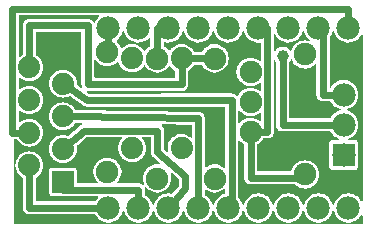
<source format=gtl>
G04 MADE WITH FRITZING*
G04 WWW.FRITZING.ORG*
G04 DOUBLE SIDED*
G04 HOLES PLATED*
G04 CONTOUR ON CENTER OF CONTOUR VECTOR*
%ASAXBY*%
%FSLAX23Y23*%
%MOIN*%
%OFA0B0*%
%SFA1.0B1.0*%
%ADD10C,0.075000*%
%ADD11C,0.039370*%
%ADD12C,0.074000*%
%ADD13C,0.078000*%
%ADD14R,0.078000X0.078000*%
%ADD15C,0.024000*%
%ADD16C,0.000100*%
%ADD17R,0.001000X0.001000*%
%LNCOPPER1*%
G90*
G70*
G54D10*
X889Y271D03*
X995Y443D03*
G54D11*
X927Y593D03*
G54D12*
X194Y172D03*
X194Y281D03*
X194Y390D03*
X194Y499D03*
X194Y608D03*
X82Y227D03*
X82Y336D03*
X82Y445D03*
X82Y554D03*
X194Y172D03*
X194Y281D03*
X194Y390D03*
X194Y499D03*
X194Y608D03*
X82Y227D03*
X82Y336D03*
X82Y445D03*
X82Y554D03*
G54D13*
X1146Y685D03*
X1046Y685D03*
X946Y685D03*
X846Y685D03*
X746Y685D03*
X646Y685D03*
X546Y685D03*
X446Y685D03*
X346Y685D03*
X346Y85D03*
X446Y85D03*
X546Y85D03*
X646Y85D03*
X746Y85D03*
X846Y85D03*
X946Y85D03*
X1046Y85D03*
X1146Y85D03*
G54D10*
X820Y339D03*
X820Y439D03*
X820Y539D03*
X508Y183D03*
X508Y583D03*
X342Y606D03*
X342Y206D03*
X1001Y597D03*
X1001Y197D03*
X700Y583D03*
X700Y183D03*
G54D12*
X590Y284D03*
X590Y584D03*
X590Y284D03*
X590Y584D03*
X425Y284D03*
X425Y584D03*
X425Y284D03*
X425Y584D03*
G54D13*
X1130Y262D03*
X1130Y362D03*
X1130Y462D03*
G54D14*
X1130Y262D03*
G54D15*
X1061Y685D02*
X1061Y685D01*
D02*
X876Y685D02*
X876Y339D01*
D02*
X1061Y463D02*
X1061Y685D01*
D02*
X1111Y462D02*
X1061Y463D01*
D02*
X876Y339D02*
X837Y339D01*
D02*
X865Y685D02*
X876Y685D01*
D02*
X927Y362D02*
X927Y585D01*
D02*
X1111Y362D02*
X927Y362D01*
D02*
X277Y497D02*
X590Y497D01*
D02*
X277Y694D02*
X277Y497D01*
D02*
X82Y694D02*
X277Y694D01*
D02*
X590Y497D02*
X590Y566D01*
D02*
X82Y574D02*
X82Y694D01*
D02*
X607Y584D02*
X682Y584D01*
D02*
X82Y85D02*
X82Y207D01*
D02*
X327Y85D02*
X82Y85D01*
D02*
X446Y146D02*
X194Y146D01*
D02*
X194Y146D02*
X194Y152D01*
D02*
X446Y104D02*
X446Y146D01*
D02*
X266Y343D02*
X209Y294D01*
D02*
X509Y343D02*
X266Y343D01*
D02*
X509Y271D02*
X509Y343D01*
D02*
X602Y190D02*
X509Y271D01*
D02*
X602Y150D02*
X602Y190D01*
D02*
X558Y99D02*
X602Y150D01*
D02*
X646Y384D02*
X214Y390D01*
D02*
X646Y104D02*
X646Y384D01*
D02*
X757Y85D02*
X757Y445D01*
D02*
X275Y444D02*
X210Y488D01*
D02*
X757Y445D02*
X275Y444D01*
D02*
X757Y85D02*
X757Y85D01*
D02*
X1146Y749D02*
X26Y749D01*
D02*
X26Y749D02*
X26Y336D01*
D02*
X26Y336D02*
X62Y336D01*
D02*
X1146Y704D02*
X1146Y749D01*
D02*
X820Y186D02*
X820Y321D01*
D02*
X964Y186D02*
X820Y186D01*
D02*
X984Y192D02*
X964Y186D01*
D02*
X343Y623D02*
X345Y666D01*
D02*
X508Y685D02*
X527Y685D01*
D02*
X508Y601D02*
X508Y685D01*
G54D16*
G36*
X253Y672D02*
X254Y672D01*
X255Y671D01*
X255Y670D01*
X255Y670D01*
X255Y494D01*
X256Y491D01*
X257Y488D01*
X257Y488D01*
X257Y487D01*
X257Y487D01*
X256Y486D01*
X256Y486D01*
X255Y485D01*
X254Y485D01*
X253Y486D01*
X241Y494D01*
X241Y494D01*
X241Y495D01*
X240Y496D01*
X241Y500D01*
X240Y509D01*
X237Y517D01*
X237Y519D01*
X233Y526D01*
X227Y533D01*
X220Y538D01*
X219Y539D01*
X212Y543D01*
X203Y545D01*
X202Y546D01*
X194Y546D01*
X193Y546D01*
X185Y545D01*
X184Y545D01*
X176Y543D01*
X168Y538D01*
X161Y533D01*
X160Y532D01*
X155Y526D01*
X151Y518D01*
X148Y509D01*
X147Y500D01*
X147Y498D01*
X148Y490D01*
X148Y489D01*
X151Y481D01*
X151Y480D01*
X155Y474D01*
X156Y472D01*
X161Y466D01*
X161Y465D01*
X168Y461D01*
X176Y456D01*
X176Y456D01*
X184Y453D01*
X194Y452D01*
X203Y453D01*
X212Y456D01*
X214Y457D01*
X215Y458D01*
X216Y457D01*
X217Y457D01*
X264Y425D01*
X265Y424D01*
X269Y423D01*
X272Y422D01*
X275Y422D01*
X733Y423D01*
X734Y422D01*
X735Y421D01*
X735Y421D01*
X735Y420D01*
X735Y221D01*
X734Y219D01*
X734Y219D01*
X733Y219D01*
X733Y218D01*
X732Y219D01*
X731Y219D01*
X726Y223D01*
X725Y223D01*
X718Y227D01*
X717Y227D01*
X709Y230D01*
X708Y230D01*
X700Y231D01*
X698Y231D01*
X690Y230D01*
X689Y230D01*
X682Y227D01*
X680Y227D01*
X673Y223D01*
X671Y221D01*
X671Y221D01*
X669Y221D01*
X669Y222D01*
X668Y222D01*
X668Y223D01*
X668Y224D01*
X668Y386D01*
X667Y389D01*
X666Y392D01*
X666Y393D01*
X664Y396D01*
X663Y398D01*
X662Y399D01*
X660Y401D01*
X657Y403D01*
X653Y405D01*
X651Y405D01*
X650Y406D01*
X647Y406D01*
X236Y412D01*
X236Y412D01*
X235Y413D01*
X235Y413D01*
X233Y417D01*
X227Y424D01*
X220Y429D01*
X212Y433D01*
X211Y434D01*
X203Y436D01*
X202Y436D01*
X194Y437D01*
X185Y436D01*
X176Y434D01*
X175Y433D01*
X168Y429D01*
X161Y424D01*
X160Y423D01*
X155Y417D01*
X151Y408D01*
X148Y400D01*
X148Y399D01*
X147Y391D01*
X147Y389D01*
X148Y381D01*
X148Y380D01*
X151Y372D01*
X151Y371D01*
X155Y365D01*
X156Y363D01*
X161Y357D01*
X161Y356D01*
X168Y351D01*
X176Y347D01*
X176Y347D01*
X184Y344D01*
X194Y343D01*
X203Y344D01*
X212Y347D01*
X220Y351D01*
X227Y357D01*
X233Y364D01*
X234Y367D01*
X235Y367D01*
X236Y368D01*
X236Y368D01*
X256Y367D01*
X257Y367D01*
X258Y367D01*
X258Y366D01*
X258Y365D01*
X258Y364D01*
X258Y364D01*
X258Y363D01*
X257Y363D01*
X255Y362D01*
X253Y360D01*
X212Y325D01*
X211Y325D01*
X211Y325D01*
X210Y325D01*
X203Y327D01*
X202Y327D01*
X194Y328D01*
X185Y327D01*
X176Y325D01*
X175Y324D01*
X168Y320D01*
X161Y315D01*
X160Y314D01*
X155Y308D01*
X151Y299D01*
X148Y291D01*
X148Y290D01*
X147Y282D01*
X147Y280D01*
X148Y272D01*
X148Y271D01*
X151Y263D01*
X151Y262D01*
X155Y256D01*
X156Y254D01*
X161Y248D01*
X161Y247D01*
X168Y242D01*
X176Y238D01*
X176Y238D01*
X184Y235D01*
X194Y234D01*
X203Y235D01*
X212Y238D01*
X220Y242D01*
X227Y248D01*
X233Y255D01*
X233Y256D01*
X237Y263D01*
X237Y264D01*
X240Y272D01*
X240Y273D01*
X241Y281D01*
X240Y291D01*
X240Y291D01*
X240Y292D01*
X241Y292D01*
X274Y320D01*
X274Y320D01*
X275Y321D01*
X389Y321D01*
X390Y320D01*
X391Y320D01*
X391Y319D01*
X391Y318D01*
X391Y318D01*
X391Y317D01*
X386Y310D01*
X381Y302D01*
X379Y294D01*
X378Y292D01*
X378Y284D01*
X378Y283D01*
X379Y275D01*
X379Y274D01*
X381Y267D01*
X382Y265D01*
X385Y259D01*
X386Y257D01*
X391Y251D01*
X392Y250D01*
X398Y245D01*
X406Y241D01*
X415Y238D01*
X416Y238D01*
X424Y237D01*
X434Y238D01*
X443Y241D01*
X451Y245D01*
X452Y246D01*
X458Y251D01*
X459Y252D01*
X463Y258D01*
X468Y266D01*
X468Y267D01*
X470Y274D01*
X471Y276D01*
X472Y284D01*
X471Y285D01*
X470Y293D01*
X468Y302D01*
X467Y303D01*
X463Y310D01*
X463Y311D01*
X458Y317D01*
X458Y317D01*
X458Y318D01*
X458Y319D01*
X458Y319D01*
X459Y320D01*
X459Y320D01*
X460Y321D01*
X460Y321D01*
X485Y321D01*
X486Y320D01*
X487Y320D01*
X487Y319D01*
X487Y318D01*
X487Y269D01*
X488Y265D01*
X489Y262D01*
X490Y259D01*
X492Y256D01*
X494Y254D01*
X517Y234D01*
X518Y234D01*
X518Y233D01*
X518Y232D01*
X518Y231D01*
X517Y231D01*
X516Y230D01*
X515Y230D01*
X509Y231D01*
X507Y231D01*
X499Y230D01*
X498Y230D01*
X491Y227D01*
X489Y227D01*
X482Y223D01*
X481Y222D01*
X475Y217D01*
X474Y216D01*
X469Y210D01*
X465Y202D01*
X462Y194D01*
X462Y192D01*
X461Y184D01*
X461Y182D01*
X462Y175D01*
X462Y173D01*
X465Y166D01*
X465Y164D01*
X466Y163D01*
X465Y163D01*
X465Y162D01*
X465Y161D01*
X464Y161D01*
X464Y161D01*
X462Y161D01*
X461Y161D01*
X459Y163D01*
X458Y164D01*
X455Y166D01*
X454Y166D01*
X452Y167D01*
X448Y168D01*
X446Y168D01*
X377Y168D01*
X376Y168D01*
X376Y169D01*
X375Y170D01*
X375Y170D01*
X375Y171D01*
X375Y172D01*
X381Y179D01*
X382Y180D01*
X386Y187D01*
X389Y196D01*
X389Y197D01*
X390Y205D01*
X390Y207D01*
X389Y215D01*
X388Y216D01*
X386Y224D01*
X381Y232D01*
X376Y239D01*
X375Y240D01*
X369Y245D01*
X368Y246D01*
X361Y249D01*
X352Y252D01*
X350Y252D01*
X342Y253D01*
X341Y253D01*
X333Y252D01*
X332Y252D01*
X324Y249D01*
X316Y245D01*
X309Y239D01*
X308Y239D01*
X303Y232D01*
X299Y224D01*
X298Y223D01*
X296Y216D01*
X295Y214D01*
X295Y206D01*
X295Y205D01*
X295Y197D01*
X296Y195D01*
X298Y188D01*
X299Y186D01*
X303Y179D01*
X303Y178D01*
X309Y172D01*
X309Y171D01*
X309Y170D01*
X309Y170D01*
X309Y169D01*
X308Y169D01*
X308Y168D01*
X307Y168D01*
X307Y168D01*
X243Y168D01*
X242Y168D01*
X241Y169D01*
X241Y170D01*
X241Y170D01*
X241Y210D01*
X240Y212D01*
X240Y213D01*
X239Y215D01*
X238Y216D01*
X237Y217D01*
X236Y218D01*
X234Y219D01*
X233Y219D01*
X231Y219D01*
X156Y219D01*
X154Y219D01*
X153Y218D01*
X151Y218D01*
X150Y217D01*
X149Y215D01*
X148Y214D01*
X147Y213D01*
X147Y211D01*
X147Y209D01*
X147Y134D01*
X147Y133D01*
X148Y131D01*
X148Y131D01*
X149Y129D01*
X150Y128D01*
X152Y127D01*
X153Y126D01*
X155Y125D01*
X157Y125D01*
X187Y125D01*
X188Y125D01*
X191Y124D01*
X194Y124D01*
X310Y124D01*
X311Y123D01*
X312Y123D01*
X312Y122D01*
X312Y122D01*
X312Y121D01*
X312Y120D01*
X310Y119D01*
X305Y112D01*
X305Y111D01*
X303Y108D01*
X302Y107D01*
X301Y107D01*
X301Y107D01*
X106Y107D01*
X105Y107D01*
X104Y108D01*
X104Y109D01*
X104Y109D01*
X104Y185D01*
X105Y186D01*
X105Y186D01*
X108Y188D01*
X115Y194D01*
X121Y201D01*
X125Y209D01*
X126Y210D01*
X128Y217D01*
X128Y219D01*
X129Y227D01*
X128Y236D01*
X125Y245D01*
X125Y246D01*
X121Y253D01*
X115Y260D01*
X114Y261D01*
X108Y266D01*
X100Y270D01*
X92Y273D01*
X90Y273D01*
X82Y274D01*
X81Y274D01*
X73Y273D01*
X72Y273D01*
X64Y270D01*
X63Y270D01*
X56Y266D01*
X49Y260D01*
X48Y259D01*
X43Y253D01*
X39Y245D01*
X39Y244D01*
X36Y237D01*
X36Y235D01*
X35Y227D01*
X36Y218D01*
X36Y217D01*
X39Y209D01*
X39Y208D01*
X43Y201D01*
X44Y200D01*
X49Y194D01*
X50Y193D01*
X56Y188D01*
X59Y186D01*
X60Y186D01*
X60Y185D01*
X60Y82D01*
X61Y79D01*
X62Y76D01*
X63Y73D01*
X65Y71D01*
X67Y68D01*
X70Y66D01*
X73Y65D01*
X76Y64D01*
X79Y63D01*
X82Y63D01*
X301Y63D01*
X302Y62D01*
X303Y61D01*
X305Y57D01*
X311Y50D01*
X312Y49D01*
X318Y44D01*
X319Y44D01*
X326Y40D01*
X327Y39D01*
X336Y37D01*
X340Y36D01*
X345Y36D01*
X346Y36D01*
X351Y36D01*
X356Y37D01*
X365Y40D01*
X373Y44D01*
X374Y45D01*
X380Y50D01*
X386Y57D01*
X391Y66D01*
X393Y74D01*
X394Y75D01*
X395Y75D01*
X395Y76D01*
X396Y76D01*
X396Y75D01*
X397Y75D01*
X398Y74D01*
X398Y74D01*
X401Y66D01*
X405Y57D01*
X411Y50D01*
X412Y49D01*
X418Y44D01*
X419Y44D01*
X426Y40D01*
X427Y39D01*
X436Y37D01*
X440Y36D01*
X445Y36D01*
X446Y36D01*
X451Y36D01*
X456Y37D01*
X465Y40D01*
X473Y44D01*
X474Y45D01*
X480Y50D01*
X486Y57D01*
X491Y66D01*
X493Y74D01*
X494Y75D01*
X495Y75D01*
X495Y76D01*
X496Y76D01*
X496Y75D01*
X497Y75D01*
X498Y74D01*
X498Y74D01*
X501Y66D01*
X505Y57D01*
X511Y50D01*
X512Y49D01*
X518Y44D01*
X519Y44D01*
X526Y40D01*
X527Y39D01*
X536Y37D01*
X540Y36D01*
X545Y36D01*
X546Y36D01*
X551Y36D01*
X556Y37D01*
X565Y40D01*
X573Y44D01*
X574Y45D01*
X580Y50D01*
X586Y57D01*
X591Y66D01*
X593Y74D01*
X594Y75D01*
X595Y75D01*
X595Y76D01*
X596Y76D01*
X596Y75D01*
X597Y75D01*
X598Y74D01*
X598Y74D01*
X601Y66D01*
X605Y58D01*
X606Y56D01*
X611Y50D01*
X612Y49D01*
X618Y44D01*
X619Y44D01*
X626Y40D01*
X627Y39D01*
X636Y37D01*
X640Y36D01*
X645Y36D01*
X646Y36D01*
X651Y36D01*
X656Y37D01*
X665Y40D01*
X673Y44D01*
X674Y45D01*
X680Y50D01*
X686Y57D01*
X691Y66D01*
X693Y74D01*
X694Y75D01*
X695Y75D01*
X695Y76D01*
X696Y76D01*
X696Y75D01*
X697Y75D01*
X698Y74D01*
X698Y74D01*
X701Y66D01*
X705Y58D01*
X706Y57D01*
X711Y50D01*
X712Y49D01*
X718Y44D01*
X726Y40D01*
X727Y39D01*
X736Y37D01*
X740Y36D01*
X745Y36D01*
X746Y36D01*
X751Y36D01*
X756Y37D01*
X765Y40D01*
X773Y44D01*
X774Y45D01*
X780Y50D01*
X781Y51D01*
X786Y57D01*
X787Y58D01*
X790Y66D01*
X791Y67D01*
X793Y74D01*
X794Y75D01*
X795Y75D01*
X795Y76D01*
X796Y76D01*
X796Y75D01*
X797Y75D01*
X798Y74D01*
X798Y74D01*
X801Y66D01*
X805Y58D01*
X806Y57D01*
X811Y50D01*
X812Y49D01*
X818Y44D01*
X826Y40D01*
X827Y39D01*
X836Y37D01*
X840Y36D01*
X845Y36D01*
X846Y36D01*
X851Y36D01*
X856Y37D01*
X865Y40D01*
X873Y44D01*
X874Y45D01*
X880Y50D01*
X881Y51D01*
X886Y57D01*
X887Y58D01*
X890Y66D01*
X891Y67D01*
X893Y74D01*
X894Y75D01*
X895Y75D01*
X895Y76D01*
X896Y76D01*
X896Y75D01*
X897Y75D01*
X898Y74D01*
X898Y74D01*
X901Y66D01*
X905Y58D01*
X906Y57D01*
X911Y50D01*
X912Y49D01*
X918Y44D01*
X926Y40D01*
X927Y39D01*
X936Y37D01*
X940Y36D01*
X945Y36D01*
X946Y36D01*
X951Y36D01*
X956Y37D01*
X965Y40D01*
X973Y44D01*
X974Y45D01*
X980Y50D01*
X981Y51D01*
X986Y57D01*
X987Y58D01*
X990Y66D01*
X991Y67D01*
X993Y74D01*
X994Y75D01*
X995Y75D01*
X995Y76D01*
X997Y75D01*
X997Y75D01*
X998Y74D01*
X998Y74D01*
X1001Y66D01*
X1001Y65D01*
X1005Y58D01*
X1006Y57D01*
X1011Y50D01*
X1012Y49D01*
X1018Y44D01*
X1027Y40D01*
X1027Y39D01*
X1036Y37D01*
X1040Y36D01*
X1045Y36D01*
X1046Y36D01*
X1051Y36D01*
X1056Y37D01*
X1065Y40D01*
X1073Y44D01*
X1081Y50D01*
X1086Y57D01*
X1087Y58D01*
X1091Y66D01*
X1091Y67D01*
X1093Y74D01*
X1094Y75D01*
X1095Y75D01*
X1096Y76D01*
X1096Y75D01*
X1097Y75D01*
X1098Y74D01*
X1098Y74D01*
X1101Y66D01*
X1105Y58D01*
X1106Y57D01*
X1111Y50D01*
X1112Y49D01*
X1118Y44D01*
X1126Y40D01*
X1127Y39D01*
X1136Y37D01*
X1140Y36D01*
X1145Y36D01*
X1146Y36D01*
X1151Y36D01*
X1156Y37D01*
X1165Y40D01*
X1173Y44D01*
X1174Y45D01*
X1180Y50D01*
X1181Y51D01*
X1186Y57D01*
X1187Y58D01*
X1188Y61D01*
X1189Y62D01*
X1189Y62D01*
X1190Y62D01*
X1191Y62D01*
X1191Y62D01*
X1192Y61D01*
X1192Y60D01*
X1193Y59D01*
X1193Y32D01*
X1192Y31D01*
X1191Y30D01*
X1191Y30D01*
X1190Y30D01*
X32Y30D01*
X31Y31D01*
X30Y31D01*
X30Y32D01*
X30Y32D01*
X30Y312D01*
X31Y313D01*
X31Y314D01*
X32Y314D01*
X32Y314D01*
X40Y314D01*
X41Y314D01*
X42Y313D01*
X43Y310D01*
X49Y303D01*
X50Y302D01*
X56Y297D01*
X57Y297D01*
X64Y293D01*
X65Y293D01*
X72Y290D01*
X74Y290D01*
X82Y289D01*
X83Y289D01*
X91Y290D01*
X92Y290D01*
X100Y293D01*
X101Y293D01*
X108Y297D01*
X115Y303D01*
X121Y310D01*
X125Y318D01*
X126Y319D01*
X128Y327D01*
X128Y328D01*
X129Y336D01*
X128Y345D01*
X125Y354D01*
X121Y362D01*
X115Y369D01*
X108Y375D01*
X108Y375D01*
X100Y379D01*
X99Y379D01*
X92Y382D01*
X90Y382D01*
X82Y383D01*
X73Y382D01*
X64Y379D01*
X56Y375D01*
X52Y372D01*
X51Y371D01*
X50Y372D01*
X49Y372D01*
X48Y373D01*
X48Y374D01*
X48Y407D01*
X49Y408D01*
X49Y409D01*
X50Y409D01*
X50Y409D01*
X51Y409D01*
X52Y409D01*
X56Y406D01*
X57Y405D01*
X64Y402D01*
X65Y401D01*
X73Y399D01*
X74Y399D01*
X82Y398D01*
X91Y399D01*
X100Y402D01*
X108Y406D01*
X115Y411D01*
X121Y418D01*
X125Y426D01*
X126Y427D01*
X128Y435D01*
X128Y437D01*
X129Y444D01*
X128Y454D01*
X125Y462D01*
X125Y464D01*
X121Y471D01*
X115Y478D01*
X108Y484D01*
X108Y484D01*
X100Y488D01*
X99Y488D01*
X92Y491D01*
X90Y491D01*
X82Y492D01*
X73Y491D01*
X64Y488D01*
X56Y484D01*
X52Y480D01*
X51Y480D01*
X50Y480D01*
X49Y481D01*
X48Y481D01*
X48Y483D01*
X48Y516D01*
X49Y517D01*
X49Y518D01*
X50Y518D01*
X50Y518D01*
X51Y518D01*
X52Y518D01*
X56Y515D01*
X57Y514D01*
X64Y511D01*
X65Y510D01*
X73Y508D01*
X74Y508D01*
X82Y507D01*
X91Y508D01*
X100Y511D01*
X108Y515D01*
X115Y521D01*
X121Y528D01*
X125Y535D01*
X126Y536D01*
X128Y544D01*
X128Y546D01*
X129Y553D01*
X128Y563D01*
X125Y572D01*
X121Y580D01*
X115Y587D01*
X108Y593D01*
X105Y594D01*
X104Y595D01*
X104Y596D01*
X104Y670D01*
X105Y671D01*
X105Y672D01*
X106Y672D01*
X106Y672D01*
X253Y672D01*
D02*
G37*
D02*
G36*
X557Y200D02*
X557Y200D01*
X580Y181D01*
X580Y180D01*
X580Y179D01*
X580Y159D01*
X580Y158D01*
X580Y158D01*
X558Y133D01*
X557Y133D01*
X557Y132D01*
X556Y132D01*
X551Y133D01*
X550Y134D01*
X545Y134D01*
X541Y134D01*
X540Y133D01*
X535Y132D01*
X527Y130D01*
X518Y125D01*
X517Y125D01*
X511Y120D01*
X510Y119D01*
X505Y112D01*
X505Y111D01*
X501Y104D01*
X498Y95D01*
X497Y95D01*
X497Y94D01*
X496Y94D01*
X495Y94D01*
X495Y94D01*
X494Y95D01*
X493Y95D01*
X493Y96D01*
X491Y104D01*
X486Y112D01*
X480Y119D01*
X479Y120D01*
X473Y125D01*
X472Y126D01*
X469Y128D01*
X468Y128D01*
X468Y129D01*
X468Y148D01*
X467Y151D01*
X467Y153D01*
X467Y154D01*
X467Y154D01*
X467Y155D01*
X468Y155D01*
X469Y156D01*
X470Y156D01*
X470Y155D01*
X471Y155D01*
X475Y150D01*
X476Y149D01*
X482Y144D01*
X483Y144D01*
X490Y140D01*
X499Y137D01*
X500Y137D01*
X508Y136D01*
X510Y136D01*
X518Y137D01*
X519Y137D01*
X527Y140D01*
X528Y140D01*
X535Y144D01*
X542Y150D01*
X543Y151D01*
X548Y157D01*
X548Y158D01*
X552Y165D01*
X555Y174D01*
X555Y175D01*
X556Y183D01*
X556Y185D01*
X555Y193D01*
X554Y197D01*
X554Y198D01*
X554Y199D01*
X554Y199D01*
X555Y200D01*
X556Y200D01*
X557Y200D01*
D02*
G37*
D02*
G36*
X557Y200D02*
X557Y200D01*
X580Y181D01*
X580Y180D01*
X580Y179D01*
X580Y159D01*
X580Y158D01*
X580Y158D01*
X558Y133D01*
X557Y133D01*
X557Y132D01*
X556Y132D01*
X551Y133D01*
X550Y134D01*
X545Y134D01*
X541Y134D01*
X540Y133D01*
X535Y132D01*
X527Y130D01*
X518Y125D01*
X517Y125D01*
X511Y120D01*
X510Y119D01*
X505Y112D01*
X505Y111D01*
X501Y104D01*
X498Y95D01*
X497Y95D01*
X497Y94D01*
X496Y94D01*
X495Y94D01*
X495Y94D01*
X494Y95D01*
X493Y95D01*
X493Y96D01*
X491Y104D01*
X486Y112D01*
X480Y119D01*
X479Y120D01*
X473Y125D01*
X472Y126D01*
X469Y128D01*
X468Y128D01*
X468Y129D01*
X468Y148D01*
X467Y151D01*
X467Y153D01*
X467Y154D01*
X467Y154D01*
X467Y155D01*
X468Y155D01*
X469Y156D01*
X470Y156D01*
X470Y155D01*
X471Y155D01*
X475Y150D01*
X476Y149D01*
X482Y144D01*
X483Y144D01*
X490Y140D01*
X499Y137D01*
X500Y137D01*
X508Y136D01*
X510Y136D01*
X518Y137D01*
X519Y137D01*
X527Y140D01*
X528Y140D01*
X535Y144D01*
X542Y150D01*
X543Y151D01*
X548Y157D01*
X548Y158D01*
X552Y165D01*
X555Y174D01*
X555Y175D01*
X556Y183D01*
X556Y185D01*
X555Y193D01*
X554Y197D01*
X554Y198D01*
X554Y199D01*
X554Y199D01*
X555Y200D01*
X556Y200D01*
X557Y200D01*
D02*
G37*
D02*
G36*
X733Y148D02*
X734Y148D01*
X735Y147D01*
X735Y147D01*
X735Y146D01*
X735Y134D01*
X735Y133D01*
X734Y132D01*
X733Y132D01*
X727Y130D01*
X718Y125D01*
X711Y119D01*
X705Y112D01*
X701Y104D01*
X698Y95D01*
X697Y95D01*
X697Y94D01*
X696Y94D01*
X695Y94D01*
X694Y94D01*
X694Y95D01*
X693Y95D01*
X693Y96D01*
X691Y104D01*
X686Y112D01*
X680Y119D01*
X679Y120D01*
X673Y125D01*
X672Y126D01*
X669Y128D01*
X668Y128D01*
X668Y129D01*
X668Y144D01*
X668Y145D01*
X669Y145D01*
X669Y146D01*
X670Y146D01*
X671Y146D01*
X671Y146D01*
X673Y144D01*
X674Y144D01*
X681Y140D01*
X690Y137D01*
X691Y137D01*
X699Y136D01*
X701Y136D01*
X709Y137D01*
X710Y137D01*
X718Y140D01*
X719Y140D01*
X726Y144D01*
X731Y148D01*
X732Y149D01*
X733Y148D01*
D02*
G37*
D02*
G36*
X733Y148D02*
X734Y148D01*
X735Y147D01*
X735Y147D01*
X735Y146D01*
X735Y134D01*
X735Y133D01*
X734Y132D01*
X733Y132D01*
X727Y130D01*
X718Y125D01*
X711Y119D01*
X705Y112D01*
X701Y104D01*
X698Y95D01*
X697Y95D01*
X697Y94D01*
X696Y94D01*
X695Y94D01*
X694Y94D01*
X694Y95D01*
X693Y95D01*
X693Y96D01*
X691Y104D01*
X686Y112D01*
X680Y119D01*
X679Y120D01*
X673Y125D01*
X672Y126D01*
X669Y128D01*
X668Y128D01*
X668Y129D01*
X668Y144D01*
X668Y145D01*
X669Y145D01*
X669Y146D01*
X670Y146D01*
X671Y146D01*
X671Y146D01*
X673Y144D01*
X674Y144D01*
X681Y140D01*
X690Y137D01*
X691Y137D01*
X699Y136D01*
X701Y136D01*
X709Y137D01*
X710Y137D01*
X718Y140D01*
X719Y140D01*
X726Y144D01*
X731Y148D01*
X732Y149D01*
X733Y148D01*
D02*
G37*
D02*
G36*
X1096Y676D02*
X1097Y676D01*
X1098Y675D01*
X1098Y674D01*
X1101Y666D01*
X1105Y658D01*
X1111Y650D01*
X1118Y645D01*
X1119Y644D01*
X1127Y640D01*
X1127Y640D01*
X1136Y637D01*
X1140Y636D01*
X1145Y636D01*
X1146Y636D01*
X1151Y637D01*
X1156Y637D01*
X1165Y640D01*
X1173Y645D01*
X1174Y645D01*
X1180Y650D01*
X1181Y651D01*
X1186Y658D01*
X1188Y661D01*
X1189Y662D01*
X1189Y662D01*
X1190Y662D01*
X1191Y662D01*
X1191Y662D01*
X1192Y661D01*
X1193Y660D01*
X1193Y110D01*
X1192Y108D01*
X1191Y108D01*
X1191Y108D01*
X1190Y107D01*
X1189Y108D01*
X1189Y108D01*
X1188Y108D01*
X1186Y112D01*
X1180Y120D01*
X1173Y125D01*
X1172Y126D01*
X1164Y130D01*
X1164Y130D01*
X1156Y132D01*
X1151Y133D01*
X1150Y134D01*
X1145Y134D01*
X1141Y134D01*
X1140Y133D01*
X1135Y132D01*
X1127Y130D01*
X1118Y125D01*
X1111Y119D01*
X1105Y112D01*
X1101Y104D01*
X1098Y95D01*
X1097Y95D01*
X1097Y94D01*
X1095Y94D01*
X1095Y94D01*
X1094Y94D01*
X1094Y95D01*
X1093Y95D01*
X1093Y96D01*
X1091Y104D01*
X1086Y112D01*
X1080Y120D01*
X1073Y125D01*
X1065Y130D01*
X1064Y130D01*
X1056Y132D01*
X1051Y133D01*
X1050Y134D01*
X1045Y134D01*
X1041Y134D01*
X1040Y133D01*
X1035Y132D01*
X1027Y130D01*
X1018Y125D01*
X1011Y119D01*
X1005Y112D01*
X1001Y104D01*
X1000Y103D01*
X998Y95D01*
X997Y95D01*
X997Y94D01*
X996Y94D01*
X995Y94D01*
X994Y94D01*
X994Y95D01*
X993Y95D01*
X993Y96D01*
X991Y104D01*
X986Y112D01*
X980Y120D01*
X973Y125D01*
X972Y126D01*
X965Y130D01*
X964Y130D01*
X956Y132D01*
X951Y133D01*
X950Y134D01*
X945Y134D01*
X941Y134D01*
X940Y133D01*
X935Y132D01*
X927Y130D01*
X918Y125D01*
X911Y119D01*
X905Y112D01*
X901Y104D01*
X898Y95D01*
X897Y95D01*
X897Y94D01*
X896Y94D01*
X895Y94D01*
X894Y94D01*
X894Y95D01*
X893Y95D01*
X893Y96D01*
X891Y104D01*
X886Y112D01*
X880Y120D01*
X873Y125D01*
X872Y126D01*
X865Y130D01*
X864Y130D01*
X856Y132D01*
X851Y133D01*
X850Y134D01*
X845Y134D01*
X841Y134D01*
X840Y133D01*
X835Y132D01*
X827Y130D01*
X818Y125D01*
X811Y119D01*
X805Y112D01*
X801Y104D01*
X798Y95D01*
X797Y95D01*
X797Y94D01*
X796Y94D01*
X795Y94D01*
X794Y94D01*
X794Y95D01*
X793Y95D01*
X793Y96D01*
X791Y104D01*
X786Y112D01*
X780Y119D01*
X779Y120D01*
X779Y121D01*
X779Y122D01*
X779Y307D01*
X779Y309D01*
X780Y309D01*
X781Y309D01*
X781Y310D01*
X782Y310D01*
X783Y309D01*
X783Y309D01*
X786Y305D01*
X787Y304D01*
X793Y300D01*
X794Y299D01*
X797Y298D01*
X797Y297D01*
X798Y296D01*
X798Y296D01*
X798Y184D01*
X799Y180D01*
X800Y178D01*
X801Y174D01*
X803Y172D01*
X806Y170D01*
X808Y168D01*
X810Y166D01*
X814Y165D01*
X817Y164D01*
X820Y164D01*
X966Y164D01*
X967Y164D01*
X968Y162D01*
X974Y158D01*
X983Y153D01*
X983Y153D01*
X991Y150D01*
X993Y150D01*
X1001Y149D01*
X1002Y149D01*
X1010Y150D01*
X1011Y151D01*
X1019Y153D01*
X1020Y154D01*
X1028Y158D01*
X1028Y158D01*
X1035Y163D01*
X1036Y164D01*
X1040Y170D01*
X1041Y171D01*
X1045Y178D01*
X1047Y187D01*
X1048Y188D01*
X1049Y196D01*
X1048Y198D01*
X1047Y206D01*
X1045Y215D01*
X1044Y216D01*
X1040Y223D01*
X1035Y230D01*
X1034Y231D01*
X1028Y236D01*
X1020Y240D01*
X1019Y241D01*
X1011Y243D01*
X1009Y243D01*
X1001Y244D01*
X1000Y244D01*
X992Y243D01*
X991Y243D01*
X983Y240D01*
X975Y236D01*
X974Y235D01*
X968Y230D01*
X967Y230D01*
X962Y223D01*
X957Y215D01*
X956Y210D01*
X955Y209D01*
X954Y208D01*
X953Y208D01*
X844Y208D01*
X843Y209D01*
X842Y209D01*
X842Y210D01*
X842Y211D01*
X842Y296D01*
X842Y297D01*
X843Y298D01*
X846Y299D01*
X853Y305D01*
X854Y306D01*
X859Y312D01*
X860Y313D01*
X861Y316D01*
X862Y316D01*
X862Y317D01*
X863Y317D01*
X878Y317D01*
X881Y317D01*
X884Y318D01*
X888Y320D01*
X891Y323D01*
X893Y325D01*
X894Y327D01*
X896Y330D01*
X897Y333D01*
X897Y336D01*
X898Y339D01*
X898Y575D01*
X898Y576D01*
X899Y576D01*
X899Y577D01*
X900Y577D01*
X901Y577D01*
X901Y576D01*
X902Y576D01*
X904Y573D01*
X904Y572D01*
X905Y360D01*
X905Y356D01*
X906Y354D01*
X908Y350D01*
X910Y348D01*
X912Y345D01*
X915Y343D01*
X918Y342D01*
X920Y341D01*
X924Y340D01*
X927Y340D01*
X1085Y340D01*
X1086Y340D01*
X1087Y339D01*
X1089Y335D01*
X1090Y334D01*
X1095Y328D01*
X1096Y327D01*
X1102Y322D01*
X1103Y321D01*
X1111Y317D01*
X1115Y316D01*
X1115Y315D01*
X1116Y315D01*
X1116Y313D01*
X1116Y313D01*
X1115Y312D01*
X1114Y311D01*
X1113Y311D01*
X1090Y311D01*
X1088Y311D01*
X1087Y310D01*
X1085Y309D01*
X1084Y308D01*
X1083Y307D01*
X1082Y306D01*
X1081Y304D01*
X1081Y303D01*
X1081Y301D01*
X1081Y222D01*
X1081Y221D01*
X1081Y219D01*
X1082Y218D01*
X1083Y217D01*
X1084Y215D01*
X1086Y214D01*
X1087Y214D01*
X1089Y213D01*
X1091Y213D01*
X1169Y213D01*
X1171Y213D01*
X1173Y214D01*
X1174Y215D01*
X1175Y216D01*
X1176Y217D01*
X1177Y218D01*
X1178Y220D01*
X1178Y221D01*
X1179Y223D01*
X1179Y302D01*
X1178Y304D01*
X1178Y305D01*
X1177Y306D01*
X1176Y308D01*
X1175Y309D01*
X1174Y310D01*
X1172Y311D01*
X1170Y311D01*
X1169Y311D01*
X1146Y311D01*
X1144Y312D01*
X1144Y312D01*
X1144Y313D01*
X1143Y313D01*
X1143Y314D01*
X1144Y315D01*
X1144Y315D01*
X1145Y316D01*
X1149Y317D01*
X1157Y322D01*
X1158Y322D01*
X1164Y327D01*
X1165Y328D01*
X1170Y335D01*
X1171Y336D01*
X1175Y343D01*
X1175Y344D01*
X1178Y352D01*
X1178Y357D01*
X1179Y361D01*
X1179Y363D01*
X1178Y368D01*
X1177Y372D01*
X1175Y381D01*
X1170Y389D01*
X1170Y390D01*
X1164Y397D01*
X1163Y397D01*
X1157Y403D01*
X1149Y407D01*
X1148Y407D01*
X1140Y410D01*
X1139Y410D01*
X1139Y411D01*
X1139Y412D01*
X1139Y412D01*
X1139Y413D01*
X1140Y414D01*
X1140Y414D01*
X1140Y414D01*
X1149Y417D01*
X1157Y422D01*
X1158Y422D01*
X1164Y427D01*
X1165Y428D01*
X1170Y435D01*
X1171Y436D01*
X1175Y443D01*
X1175Y444D01*
X1178Y452D01*
X1178Y457D01*
X1179Y461D01*
X1179Y463D01*
X1178Y468D01*
X1177Y472D01*
X1175Y480D01*
X1174Y482D01*
X1170Y489D01*
X1170Y490D01*
X1164Y497D01*
X1163Y497D01*
X1157Y503D01*
X1149Y507D01*
X1148Y507D01*
X1140Y510D01*
X1135Y511D01*
X1130Y511D01*
X1129Y511D01*
X1124Y511D01*
X1119Y510D01*
X1111Y507D01*
X1110Y507D01*
X1102Y503D01*
X1101Y502D01*
X1095Y497D01*
X1094Y496D01*
X1089Y490D01*
X1088Y487D01*
X1087Y486D01*
X1086Y486D01*
X1085Y486D01*
X1084Y486D01*
X1084Y487D01*
X1083Y488D01*
X1083Y488D01*
X1083Y654D01*
X1084Y654D01*
X1084Y655D01*
X1086Y658D01*
X1091Y666D01*
X1091Y667D01*
X1093Y675D01*
X1094Y675D01*
X1095Y676D01*
X1095Y676D01*
X1096Y676D01*
D02*
G37*
D02*
G36*
X622Y362D02*
X622Y362D01*
X623Y362D01*
X623Y361D01*
X624Y360D01*
X624Y321D01*
X623Y320D01*
X623Y320D01*
X622Y319D01*
X621Y319D01*
X621Y319D01*
X620Y320D01*
X616Y323D01*
X608Y327D01*
X607Y327D01*
X599Y330D01*
X598Y330D01*
X590Y331D01*
X588Y331D01*
X580Y330D01*
X579Y330D01*
X571Y327D01*
X570Y327D01*
X563Y323D01*
X562Y322D01*
X556Y317D01*
X556Y316D01*
X551Y310D01*
X546Y302D01*
X544Y293D01*
X543Y292D01*
X543Y284D01*
X543Y276D01*
X543Y275D01*
X543Y274D01*
X542Y273D01*
X541Y273D01*
X541Y273D01*
X540Y273D01*
X539Y274D01*
X532Y280D01*
X531Y281D01*
X531Y282D01*
X531Y345D01*
X531Y348D01*
X530Y351D01*
X528Y354D01*
X526Y356D01*
X524Y359D01*
X523Y360D01*
X523Y360D01*
X522Y361D01*
X522Y362D01*
X523Y363D01*
X523Y363D01*
X524Y364D01*
X525Y364D01*
X622Y362D01*
D02*
G37*
D02*
G36*
X622Y362D02*
X622Y362D01*
X623Y362D01*
X623Y361D01*
X624Y360D01*
X624Y321D01*
X623Y320D01*
X623Y320D01*
X622Y319D01*
X621Y319D01*
X621Y319D01*
X620Y320D01*
X616Y323D01*
X608Y327D01*
X607Y327D01*
X599Y330D01*
X598Y330D01*
X590Y331D01*
X588Y331D01*
X580Y330D01*
X579Y330D01*
X571Y327D01*
X570Y327D01*
X563Y323D01*
X562Y322D01*
X556Y317D01*
X556Y316D01*
X551Y310D01*
X546Y302D01*
X544Y293D01*
X543Y292D01*
X543Y284D01*
X543Y276D01*
X543Y275D01*
X543Y274D01*
X542Y273D01*
X541Y273D01*
X541Y273D01*
X540Y273D01*
X539Y274D01*
X532Y280D01*
X531Y281D01*
X531Y282D01*
X531Y345D01*
X531Y348D01*
X530Y351D01*
X528Y354D01*
X526Y356D01*
X524Y359D01*
X523Y360D01*
X523Y360D01*
X522Y361D01*
X522Y362D01*
X523Y363D01*
X523Y363D01*
X524Y364D01*
X525Y364D01*
X622Y362D01*
D02*
G37*
D02*
G36*
X782Y410D02*
X783Y409D01*
X783Y409D01*
X786Y405D01*
X787Y405D01*
X793Y400D01*
X794Y399D01*
X801Y395D01*
X810Y392D01*
X812Y392D01*
X820Y391D01*
X829Y392D01*
X830Y393D01*
X838Y395D01*
X846Y399D01*
X850Y402D01*
X850Y402D01*
X851Y402D01*
X852Y402D01*
X853Y402D01*
X853Y402D01*
X853Y401D01*
X854Y400D01*
X854Y377D01*
X853Y376D01*
X853Y375D01*
X852Y375D01*
X851Y375D01*
X851Y375D01*
X850Y376D01*
X847Y378D01*
X846Y379D01*
X838Y382D01*
X829Y385D01*
X828Y385D01*
X820Y386D01*
X811Y385D01*
X809Y385D01*
X802Y382D01*
X793Y378D01*
X786Y372D01*
X786Y372D01*
X783Y369D01*
X782Y368D01*
X782Y368D01*
X781Y368D01*
X780Y368D01*
X780Y369D01*
X779Y370D01*
X779Y370D01*
X779Y407D01*
X779Y409D01*
X780Y409D01*
X781Y409D01*
X781Y410D01*
X782Y410D01*
D02*
G37*
D02*
G36*
X782Y410D02*
X783Y409D01*
X783Y409D01*
X786Y405D01*
X787Y405D01*
X793Y400D01*
X794Y399D01*
X801Y395D01*
X810Y392D01*
X812Y392D01*
X820Y391D01*
X829Y392D01*
X830Y393D01*
X838Y395D01*
X846Y399D01*
X850Y402D01*
X850Y402D01*
X851Y402D01*
X852Y402D01*
X853Y402D01*
X853Y402D01*
X853Y401D01*
X854Y400D01*
X854Y377D01*
X853Y376D01*
X853Y375D01*
X852Y375D01*
X851Y375D01*
X851Y375D01*
X850Y376D01*
X847Y378D01*
X846Y379D01*
X838Y382D01*
X829Y385D01*
X828Y385D01*
X820Y386D01*
X811Y385D01*
X809Y385D01*
X802Y382D01*
X793Y378D01*
X786Y372D01*
X786Y372D01*
X783Y369D01*
X782Y368D01*
X782Y368D01*
X781Y368D01*
X780Y368D01*
X780Y369D01*
X779Y370D01*
X779Y370D01*
X779Y407D01*
X779Y409D01*
X780Y409D01*
X781Y409D01*
X781Y410D01*
X782Y410D01*
D02*
G37*
D02*
G36*
X956Y580D02*
X957Y580D01*
X957Y579D01*
X958Y577D01*
X962Y570D01*
X962Y569D01*
X967Y563D01*
X968Y562D01*
X974Y558D01*
X983Y553D01*
X991Y550D01*
X993Y550D01*
X1001Y549D01*
X1002Y549D01*
X1010Y550D01*
X1011Y551D01*
X1019Y553D01*
X1020Y554D01*
X1028Y557D01*
X1035Y563D01*
X1035Y564D01*
X1036Y564D01*
X1037Y564D01*
X1038Y564D01*
X1038Y564D01*
X1039Y563D01*
X1039Y563D01*
X1039Y562D01*
X1039Y461D01*
X1040Y457D01*
X1041Y454D01*
X1042Y452D01*
X1044Y449D01*
X1048Y445D01*
X1050Y444D01*
X1053Y442D01*
X1058Y441D01*
X1061Y441D01*
X1085Y440D01*
X1086Y440D01*
X1087Y439D01*
X1089Y435D01*
X1090Y434D01*
X1095Y428D01*
X1096Y427D01*
X1102Y422D01*
X1103Y421D01*
X1111Y417D01*
X1111Y417D01*
X1119Y414D01*
X1120Y414D01*
X1120Y413D01*
X1121Y412D01*
X1120Y411D01*
X1120Y410D01*
X1119Y410D01*
X1119Y410D01*
X1111Y407D01*
X1110Y407D01*
X1102Y403D01*
X1101Y402D01*
X1095Y397D01*
X1094Y396D01*
X1089Y390D01*
X1089Y389D01*
X1087Y385D01*
X1086Y384D01*
X1085Y384D01*
X951Y384D01*
X949Y385D01*
X949Y385D01*
X949Y386D01*
X949Y386D01*
X949Y572D01*
X949Y573D01*
X949Y573D01*
X951Y576D01*
X953Y579D01*
X954Y580D01*
X954Y580D01*
X955Y580D01*
X956Y580D01*
D02*
G37*
D02*
G36*
X797Y676D02*
X798Y675D01*
X798Y675D01*
X798Y674D01*
X801Y666D01*
X801Y665D01*
X805Y659D01*
X806Y657D01*
X811Y651D01*
X812Y650D01*
X818Y645D01*
X819Y644D01*
X827Y640D01*
X828Y640D01*
X836Y637D01*
X840Y636D01*
X845Y636D01*
X846Y636D01*
X851Y636D01*
X852Y636D01*
X853Y636D01*
X853Y635D01*
X854Y634D01*
X854Y577D01*
X853Y576D01*
X853Y575D01*
X852Y575D01*
X851Y575D01*
X851Y575D01*
X850Y576D01*
X847Y578D01*
X846Y579D01*
X838Y582D01*
X829Y585D01*
X828Y585D01*
X820Y586D01*
X819Y586D01*
X811Y585D01*
X810Y585D01*
X802Y582D01*
X801Y582D01*
X793Y578D01*
X786Y572D01*
X786Y572D01*
X781Y565D01*
X780Y564D01*
X776Y557D01*
X774Y548D01*
X773Y547D01*
X772Y539D01*
X772Y538D01*
X773Y529D01*
X774Y528D01*
X776Y520D01*
X781Y512D01*
X786Y505D01*
X787Y504D01*
X793Y500D01*
X794Y499D01*
X802Y495D01*
X810Y492D01*
X812Y492D01*
X820Y491D01*
X829Y492D01*
X830Y493D01*
X838Y495D01*
X846Y499D01*
X850Y502D01*
X850Y502D01*
X851Y502D01*
X852Y502D01*
X853Y502D01*
X853Y502D01*
X853Y501D01*
X854Y500D01*
X854Y477D01*
X853Y476D01*
X853Y475D01*
X852Y475D01*
X851Y475D01*
X851Y475D01*
X850Y476D01*
X847Y478D01*
X846Y479D01*
X838Y482D01*
X829Y485D01*
X828Y485D01*
X820Y486D01*
X811Y485D01*
X810Y485D01*
X802Y482D01*
X801Y482D01*
X793Y478D01*
X786Y472D01*
X786Y472D01*
X781Y465D01*
X780Y464D01*
X777Y459D01*
X777Y459D01*
X776Y458D01*
X776Y458D01*
X775Y458D01*
X774Y459D01*
X774Y459D01*
X772Y460D01*
X770Y462D01*
X768Y464D01*
X766Y465D01*
X763Y466D01*
X760Y466D01*
X757Y467D01*
X282Y466D01*
X281Y466D01*
X276Y470D01*
X275Y471D01*
X275Y472D01*
X275Y473D01*
X275Y473D01*
X276Y474D01*
X276Y474D01*
X277Y475D01*
X592Y475D01*
X595Y475D01*
X598Y476D01*
X601Y478D01*
X603Y480D01*
X606Y482D01*
X608Y485D01*
X609Y487D01*
X611Y491D01*
X611Y494D01*
X612Y497D01*
X612Y542D01*
X612Y543D01*
X613Y544D01*
X616Y545D01*
X623Y551D01*
X623Y552D01*
X628Y558D01*
X630Y561D01*
X631Y561D01*
X631Y562D01*
X632Y562D01*
X657Y562D01*
X658Y561D01*
X658Y561D01*
X659Y560D01*
X660Y557D01*
X661Y556D01*
X666Y550D01*
X667Y549D01*
X673Y544D01*
X674Y544D01*
X681Y540D01*
X690Y537D01*
X691Y537D01*
X699Y536D01*
X701Y536D01*
X709Y537D01*
X710Y537D01*
X718Y540D01*
X719Y540D01*
X726Y544D01*
X733Y550D01*
X734Y551D01*
X739Y557D01*
X743Y565D01*
X744Y566D01*
X746Y574D01*
X746Y575D01*
X747Y583D01*
X747Y585D01*
X746Y593D01*
X743Y601D01*
X743Y603D01*
X739Y610D01*
X738Y611D01*
X733Y617D01*
X732Y618D01*
X726Y623D01*
X725Y623D01*
X718Y627D01*
X709Y630D01*
X708Y630D01*
X700Y631D01*
X699Y631D01*
X690Y630D01*
X689Y630D01*
X681Y627D01*
X680Y627D01*
X673Y623D01*
X666Y617D01*
X665Y616D01*
X660Y610D01*
X659Y607D01*
X658Y606D01*
X657Y606D01*
X632Y606D01*
X631Y606D01*
X630Y607D01*
X630Y607D01*
X628Y610D01*
X623Y617D01*
X622Y618D01*
X616Y623D01*
X608Y627D01*
X607Y627D01*
X599Y630D01*
X590Y631D01*
X580Y630D01*
X571Y627D01*
X570Y627D01*
X563Y623D01*
X556Y617D01*
X556Y616D01*
X551Y611D01*
X550Y610D01*
X549Y610D01*
X549Y610D01*
X548Y610D01*
X547Y611D01*
X542Y617D01*
X541Y618D01*
X535Y623D01*
X534Y623D01*
X531Y625D01*
X531Y625D01*
X531Y626D01*
X530Y626D01*
X531Y636D01*
X531Y637D01*
X532Y638D01*
X532Y638D01*
X533Y638D01*
X534Y638D01*
X536Y637D01*
X540Y636D01*
X545Y636D01*
X546Y636D01*
X551Y637D01*
X556Y637D01*
X565Y640D01*
X573Y645D01*
X574Y645D01*
X580Y650D01*
X581Y651D01*
X586Y658D01*
X591Y666D01*
X591Y667D01*
X593Y675D01*
X594Y675D01*
X595Y676D01*
X595Y676D01*
X596Y676D01*
X597Y676D01*
X598Y675D01*
X598Y675D01*
X598Y674D01*
X601Y666D01*
X601Y665D01*
X605Y659D01*
X606Y657D01*
X611Y651D01*
X612Y650D01*
X618Y645D01*
X619Y644D01*
X627Y640D01*
X628Y640D01*
X636Y637D01*
X640Y636D01*
X645Y636D01*
X646Y636D01*
X651Y637D01*
X656Y637D01*
X665Y640D01*
X673Y645D01*
X674Y645D01*
X680Y650D01*
X681Y651D01*
X686Y658D01*
X691Y666D01*
X691Y667D01*
X693Y675D01*
X694Y675D01*
X695Y676D01*
X695Y676D01*
X696Y676D01*
X697Y676D01*
X698Y675D01*
X698Y675D01*
X698Y674D01*
X701Y666D01*
X701Y665D01*
X705Y659D01*
X706Y657D01*
X711Y651D01*
X712Y650D01*
X718Y645D01*
X719Y644D01*
X727Y640D01*
X728Y640D01*
X736Y637D01*
X740Y636D01*
X745Y636D01*
X746Y636D01*
X751Y637D01*
X756Y637D01*
X765Y640D01*
X773Y645D01*
X774Y645D01*
X780Y650D01*
X781Y651D01*
X786Y658D01*
X791Y666D01*
X791Y667D01*
X793Y675D01*
X794Y675D01*
X795Y676D01*
X795Y676D01*
X796Y676D01*
X797Y676D01*
D02*
G37*
D02*
G36*
X797Y676D02*
X798Y675D01*
X798Y675D01*
X798Y674D01*
X801Y666D01*
X801Y665D01*
X805Y659D01*
X806Y657D01*
X811Y651D01*
X812Y650D01*
X818Y645D01*
X819Y644D01*
X827Y640D01*
X828Y640D01*
X836Y637D01*
X840Y636D01*
X845Y636D01*
X846Y636D01*
X851Y636D01*
X852Y636D01*
X853Y636D01*
X853Y635D01*
X854Y634D01*
X854Y577D01*
X853Y576D01*
X853Y575D01*
X852Y575D01*
X851Y575D01*
X851Y575D01*
X850Y576D01*
X847Y578D01*
X846Y579D01*
X838Y582D01*
X829Y585D01*
X828Y585D01*
X820Y586D01*
X819Y586D01*
X811Y585D01*
X810Y585D01*
X802Y582D01*
X801Y582D01*
X793Y578D01*
X786Y572D01*
X786Y572D01*
X781Y565D01*
X780Y564D01*
X776Y557D01*
X774Y548D01*
X773Y547D01*
X772Y539D01*
X772Y538D01*
X773Y529D01*
X774Y528D01*
X776Y520D01*
X781Y512D01*
X786Y505D01*
X787Y504D01*
X793Y500D01*
X794Y499D01*
X802Y495D01*
X810Y492D01*
X812Y492D01*
X820Y491D01*
X829Y492D01*
X830Y493D01*
X838Y495D01*
X846Y499D01*
X850Y502D01*
X850Y502D01*
X851Y502D01*
X852Y502D01*
X853Y502D01*
X853Y502D01*
X853Y501D01*
X854Y500D01*
X854Y477D01*
X853Y476D01*
X853Y475D01*
X852Y475D01*
X851Y475D01*
X851Y475D01*
X850Y476D01*
X847Y478D01*
X846Y479D01*
X838Y482D01*
X829Y485D01*
X828Y485D01*
X820Y486D01*
X811Y485D01*
X810Y485D01*
X802Y482D01*
X801Y482D01*
X793Y478D01*
X786Y472D01*
X786Y472D01*
X781Y465D01*
X780Y464D01*
X777Y459D01*
X777Y459D01*
X776Y458D01*
X776Y458D01*
X775Y458D01*
X774Y459D01*
X774Y459D01*
X772Y460D01*
X770Y462D01*
X768Y464D01*
X766Y465D01*
X763Y466D01*
X760Y466D01*
X757Y467D01*
X282Y466D01*
X281Y466D01*
X276Y470D01*
X275Y471D01*
X275Y472D01*
X275Y473D01*
X275Y473D01*
X276Y474D01*
X276Y474D01*
X277Y475D01*
X592Y475D01*
X595Y475D01*
X598Y476D01*
X601Y478D01*
X603Y480D01*
X606Y482D01*
X608Y485D01*
X609Y487D01*
X611Y491D01*
X611Y494D01*
X612Y497D01*
X612Y542D01*
X612Y543D01*
X613Y544D01*
X616Y545D01*
X623Y551D01*
X623Y552D01*
X628Y558D01*
X630Y561D01*
X631Y561D01*
X631Y562D01*
X632Y562D01*
X657Y562D01*
X658Y561D01*
X658Y561D01*
X659Y560D01*
X660Y557D01*
X661Y556D01*
X666Y550D01*
X667Y549D01*
X673Y544D01*
X674Y544D01*
X681Y540D01*
X690Y537D01*
X691Y537D01*
X699Y536D01*
X701Y536D01*
X709Y537D01*
X710Y537D01*
X718Y540D01*
X719Y540D01*
X726Y544D01*
X733Y550D01*
X734Y551D01*
X739Y557D01*
X743Y565D01*
X744Y566D01*
X746Y574D01*
X746Y575D01*
X747Y583D01*
X747Y585D01*
X746Y593D01*
X743Y601D01*
X743Y603D01*
X739Y610D01*
X738Y611D01*
X733Y617D01*
X732Y618D01*
X726Y623D01*
X725Y623D01*
X718Y627D01*
X709Y630D01*
X708Y630D01*
X700Y631D01*
X699Y631D01*
X690Y630D01*
X689Y630D01*
X681Y627D01*
X680Y627D01*
X673Y623D01*
X666Y617D01*
X665Y616D01*
X660Y610D01*
X659Y607D01*
X658Y606D01*
X657Y606D01*
X632Y606D01*
X631Y606D01*
X630Y607D01*
X630Y607D01*
X628Y610D01*
X623Y617D01*
X622Y618D01*
X616Y623D01*
X608Y627D01*
X607Y627D01*
X599Y630D01*
X590Y631D01*
X580Y630D01*
X571Y627D01*
X570Y627D01*
X563Y623D01*
X556Y617D01*
X556Y616D01*
X551Y611D01*
X550Y610D01*
X549Y610D01*
X549Y610D01*
X548Y610D01*
X547Y611D01*
X542Y617D01*
X541Y618D01*
X535Y623D01*
X534Y623D01*
X531Y625D01*
X531Y625D01*
X531Y626D01*
X530Y626D01*
X531Y636D01*
X531Y637D01*
X532Y638D01*
X532Y638D01*
X533Y638D01*
X534Y638D01*
X536Y637D01*
X540Y636D01*
X545Y636D01*
X546Y636D01*
X551Y637D01*
X556Y637D01*
X565Y640D01*
X573Y645D01*
X574Y645D01*
X580Y650D01*
X581Y651D01*
X586Y658D01*
X591Y666D01*
X591Y667D01*
X593Y675D01*
X594Y675D01*
X595Y676D01*
X595Y676D01*
X596Y676D01*
X597Y676D01*
X598Y675D01*
X598Y675D01*
X598Y674D01*
X601Y666D01*
X601Y665D01*
X605Y659D01*
X606Y657D01*
X611Y651D01*
X612Y650D01*
X618Y645D01*
X619Y644D01*
X627Y640D01*
X628Y640D01*
X636Y637D01*
X640Y636D01*
X645Y636D01*
X646Y636D01*
X651Y637D01*
X656Y637D01*
X665Y640D01*
X673Y645D01*
X674Y645D01*
X680Y650D01*
X681Y651D01*
X686Y658D01*
X691Y666D01*
X691Y667D01*
X693Y675D01*
X694Y675D01*
X695Y676D01*
X695Y676D01*
X696Y676D01*
X697Y676D01*
X698Y675D01*
X698Y675D01*
X698Y674D01*
X701Y666D01*
X701Y665D01*
X705Y659D01*
X706Y657D01*
X711Y651D01*
X712Y650D01*
X718Y645D01*
X719Y644D01*
X727Y640D01*
X728Y640D01*
X736Y637D01*
X740Y636D01*
X745Y636D01*
X746Y636D01*
X751Y637D01*
X756Y637D01*
X765Y640D01*
X773Y645D01*
X774Y645D01*
X780Y650D01*
X781Y651D01*
X786Y658D01*
X791Y666D01*
X791Y667D01*
X793Y675D01*
X794Y675D01*
X795Y676D01*
X795Y676D01*
X796Y676D01*
X797Y676D01*
D02*
G37*
D02*
G36*
X302Y579D02*
X303Y579D01*
X303Y578D01*
X308Y572D01*
X309Y571D01*
X315Y567D01*
X316Y566D01*
X324Y562D01*
X325Y562D01*
X333Y559D01*
X334Y559D01*
X342Y558D01*
X343Y558D01*
X351Y559D01*
X353Y560D01*
X361Y562D01*
X361Y563D01*
X369Y566D01*
X370Y567D01*
X376Y572D01*
X377Y573D01*
X377Y573D01*
X378Y573D01*
X379Y572D01*
X379Y572D01*
X379Y572D01*
X381Y566D01*
X386Y558D01*
X391Y551D01*
X392Y550D01*
X398Y545D01*
X399Y545D01*
X406Y541D01*
X407Y541D01*
X415Y538D01*
X424Y537D01*
X434Y538D01*
X443Y541D01*
X444Y541D01*
X451Y545D01*
X458Y551D01*
X459Y552D01*
X463Y558D01*
X464Y559D01*
X465Y559D01*
X465Y560D01*
X466Y560D01*
X467Y560D01*
X468Y559D01*
X468Y559D01*
X469Y557D01*
X475Y550D01*
X476Y549D01*
X482Y544D01*
X483Y544D01*
X490Y540D01*
X499Y537D01*
X500Y537D01*
X508Y536D01*
X510Y536D01*
X518Y537D01*
X519Y537D01*
X527Y540D01*
X528Y540D01*
X535Y544D01*
X542Y550D01*
X543Y551D01*
X548Y557D01*
X548Y557D01*
X549Y558D01*
X550Y558D01*
X551Y557D01*
X551Y557D01*
X556Y551D01*
X557Y550D01*
X563Y545D01*
X567Y543D01*
X567Y543D01*
X568Y542D01*
X567Y521D01*
X567Y520D01*
X566Y519D01*
X566Y519D01*
X565Y519D01*
X301Y519D01*
X300Y519D01*
X300Y520D01*
X299Y521D01*
X299Y521D01*
X299Y577D01*
X300Y578D01*
X300Y579D01*
X301Y579D01*
X301Y579D01*
X302Y579D01*
D02*
G37*
D02*
G36*
X302Y579D02*
X303Y579D01*
X303Y578D01*
X308Y572D01*
X309Y571D01*
X315Y567D01*
X316Y566D01*
X324Y562D01*
X325Y562D01*
X333Y559D01*
X334Y559D01*
X342Y558D01*
X343Y558D01*
X351Y559D01*
X353Y560D01*
X361Y562D01*
X361Y563D01*
X369Y566D01*
X370Y567D01*
X376Y572D01*
X377Y573D01*
X377Y573D01*
X378Y573D01*
X379Y572D01*
X379Y572D01*
X379Y572D01*
X381Y566D01*
X386Y558D01*
X391Y551D01*
X392Y550D01*
X398Y545D01*
X399Y545D01*
X406Y541D01*
X407Y541D01*
X415Y538D01*
X424Y537D01*
X434Y538D01*
X443Y541D01*
X444Y541D01*
X451Y545D01*
X458Y551D01*
X459Y552D01*
X463Y558D01*
X464Y559D01*
X465Y559D01*
X465Y560D01*
X466Y560D01*
X467Y560D01*
X468Y559D01*
X468Y559D01*
X469Y557D01*
X475Y550D01*
X476Y549D01*
X482Y544D01*
X483Y544D01*
X490Y540D01*
X499Y537D01*
X500Y537D01*
X508Y536D01*
X510Y536D01*
X518Y537D01*
X519Y537D01*
X527Y540D01*
X528Y540D01*
X535Y544D01*
X542Y550D01*
X543Y551D01*
X548Y557D01*
X548Y557D01*
X549Y558D01*
X550Y558D01*
X551Y557D01*
X551Y557D01*
X556Y551D01*
X557Y550D01*
X563Y545D01*
X567Y543D01*
X567Y543D01*
X568Y542D01*
X567Y521D01*
X567Y520D01*
X566Y519D01*
X566Y519D01*
X565Y519D01*
X301Y519D01*
X300Y519D01*
X300Y520D01*
X299Y521D01*
X299Y521D01*
X299Y577D01*
X300Y578D01*
X300Y579D01*
X301Y579D01*
X301Y579D01*
X302Y579D01*
D02*
G37*
D02*
G36*
X313Y727D02*
X314Y727D01*
X315Y726D01*
X315Y725D01*
X315Y725D01*
X315Y724D01*
X315Y723D01*
X315Y723D01*
X311Y720D01*
X310Y719D01*
X305Y713D01*
X305Y712D01*
X301Y705D01*
X300Y704D01*
X299Y703D01*
X298Y703D01*
X297Y704D01*
X296Y705D01*
X296Y706D01*
X295Y707D01*
X294Y709D01*
X292Y711D01*
X289Y713D01*
X286Y715D01*
X283Y715D01*
X280Y716D01*
X278Y716D01*
X80Y716D01*
X77Y716D01*
X74Y715D01*
X70Y713D01*
X68Y711D01*
X66Y709D01*
X64Y707D01*
X63Y704D01*
X62Y703D01*
X61Y700D01*
X60Y697D01*
X60Y694D01*
X60Y596D01*
X60Y595D01*
X59Y594D01*
X56Y593D01*
X52Y589D01*
X51Y589D01*
X50Y589D01*
X49Y590D01*
X48Y591D01*
X48Y592D01*
X48Y725D01*
X49Y726D01*
X49Y727D01*
X50Y727D01*
X50Y727D01*
X313Y727D01*
D02*
G37*
D02*
G36*
X313Y727D02*
X314Y727D01*
X315Y726D01*
X315Y725D01*
X315Y725D01*
X315Y724D01*
X315Y723D01*
X315Y723D01*
X311Y720D01*
X310Y719D01*
X305Y713D01*
X305Y712D01*
X301Y705D01*
X300Y704D01*
X299Y703D01*
X298Y703D01*
X297Y704D01*
X296Y705D01*
X296Y706D01*
X295Y707D01*
X294Y709D01*
X292Y711D01*
X289Y713D01*
X286Y715D01*
X283Y715D01*
X280Y716D01*
X278Y716D01*
X80Y716D01*
X77Y716D01*
X74Y715D01*
X70Y713D01*
X68Y711D01*
X66Y709D01*
X64Y707D01*
X63Y704D01*
X62Y703D01*
X61Y700D01*
X60Y697D01*
X60Y694D01*
X60Y596D01*
X60Y595D01*
X59Y594D01*
X56Y593D01*
X52Y589D01*
X51Y589D01*
X50Y589D01*
X49Y590D01*
X48Y591D01*
X48Y592D01*
X48Y725D01*
X49Y726D01*
X49Y727D01*
X50Y727D01*
X50Y727D01*
X313Y727D01*
D02*
G37*
D02*
G36*
X397Y676D02*
X397Y676D01*
X398Y675D01*
X398Y675D01*
X398Y674D01*
X401Y666D01*
X401Y665D01*
X405Y659D01*
X406Y657D01*
X411Y651D01*
X412Y650D01*
X418Y645D01*
X419Y644D01*
X427Y640D01*
X428Y640D01*
X436Y637D01*
X440Y636D01*
X445Y636D01*
X446Y636D01*
X451Y637D01*
X456Y637D01*
X465Y640D01*
X473Y645D01*
X474Y645D01*
X480Y650D01*
X482Y653D01*
X483Y653D01*
X484Y653D01*
X485Y653D01*
X485Y653D01*
X486Y652D01*
X486Y652D01*
X486Y651D01*
X486Y626D01*
X486Y625D01*
X485Y625D01*
X482Y623D01*
X475Y617D01*
X474Y616D01*
X469Y610D01*
X468Y609D01*
X468Y608D01*
X467Y608D01*
X466Y608D01*
X465Y608D01*
X465Y608D01*
X464Y609D01*
X463Y610D01*
X458Y617D01*
X457Y618D01*
X451Y623D01*
X443Y627D01*
X442Y627D01*
X434Y630D01*
X425Y631D01*
X415Y630D01*
X406Y627D01*
X405Y627D01*
X398Y623D01*
X391Y617D01*
X391Y617D01*
X390Y617D01*
X389Y617D01*
X389Y617D01*
X388Y618D01*
X388Y618D01*
X386Y624D01*
X385Y625D01*
X381Y632D01*
X376Y639D01*
X373Y641D01*
X373Y642D01*
X373Y643D01*
X373Y644D01*
X373Y644D01*
X374Y645D01*
X380Y650D01*
X381Y651D01*
X386Y658D01*
X391Y666D01*
X391Y667D01*
X393Y675D01*
X394Y675D01*
X395Y676D01*
X396Y676D01*
X397Y676D01*
D02*
G37*
D02*
G36*
X397Y676D02*
X397Y676D01*
X398Y675D01*
X398Y675D01*
X398Y674D01*
X401Y666D01*
X401Y665D01*
X405Y659D01*
X406Y657D01*
X411Y651D01*
X412Y650D01*
X418Y645D01*
X419Y644D01*
X427Y640D01*
X428Y640D01*
X436Y637D01*
X440Y636D01*
X445Y636D01*
X446Y636D01*
X451Y637D01*
X456Y637D01*
X465Y640D01*
X473Y645D01*
X474Y645D01*
X480Y650D01*
X482Y653D01*
X483Y653D01*
X484Y653D01*
X485Y653D01*
X485Y653D01*
X486Y652D01*
X486Y652D01*
X486Y651D01*
X486Y626D01*
X486Y625D01*
X485Y625D01*
X482Y623D01*
X475Y617D01*
X474Y616D01*
X469Y610D01*
X468Y609D01*
X468Y608D01*
X467Y608D01*
X466Y608D01*
X465Y608D01*
X465Y608D01*
X464Y609D01*
X463Y610D01*
X458Y617D01*
X457Y618D01*
X451Y623D01*
X443Y627D01*
X442Y627D01*
X434Y630D01*
X425Y631D01*
X415Y630D01*
X406Y627D01*
X405Y627D01*
X398Y623D01*
X391Y617D01*
X391Y617D01*
X390Y617D01*
X389Y617D01*
X389Y617D01*
X388Y618D01*
X388Y618D01*
X386Y624D01*
X385Y625D01*
X381Y632D01*
X376Y639D01*
X373Y641D01*
X373Y642D01*
X373Y643D01*
X373Y644D01*
X373Y644D01*
X374Y645D01*
X380Y650D01*
X381Y651D01*
X386Y658D01*
X391Y666D01*
X391Y667D01*
X393Y675D01*
X394Y675D01*
X395Y676D01*
X396Y676D01*
X397Y676D01*
D02*
G37*
D02*
G36*
X997Y676D02*
X998Y675D01*
X998Y675D01*
X998Y674D01*
X1001Y666D01*
X1005Y658D01*
X1011Y650D01*
X1016Y646D01*
X1017Y646D01*
X1017Y645D01*
X1017Y644D01*
X1016Y643D01*
X1016Y643D01*
X1015Y642D01*
X1015Y642D01*
X1014Y642D01*
X1011Y643D01*
X1009Y643D01*
X1001Y644D01*
X1000Y644D01*
X992Y643D01*
X991Y643D01*
X983Y640D01*
X975Y636D01*
X974Y635D01*
X968Y630D01*
X967Y630D01*
X962Y623D01*
X957Y615D01*
X957Y614D01*
X955Y609D01*
X955Y609D01*
X954Y608D01*
X953Y608D01*
X952Y608D01*
X952Y608D01*
X951Y609D01*
X951Y610D01*
X947Y614D01*
X943Y617D01*
X938Y620D01*
X933Y622D01*
X931Y622D01*
X927Y622D01*
X925Y622D01*
X921Y622D01*
X920Y621D01*
X915Y620D01*
X910Y617D01*
X909Y617D01*
X906Y614D01*
X905Y613D01*
X902Y609D01*
X901Y609D01*
X900Y608D01*
X900Y608D01*
X899Y609D01*
X898Y609D01*
X898Y610D01*
X898Y611D01*
X898Y662D01*
X898Y663D01*
X899Y664D01*
X899Y664D01*
X900Y664D01*
X901Y664D01*
X901Y664D01*
X902Y664D01*
X905Y658D01*
X906Y657D01*
X911Y651D01*
X912Y650D01*
X918Y645D01*
X919Y644D01*
X927Y640D01*
X928Y640D01*
X936Y637D01*
X940Y636D01*
X945Y636D01*
X946Y636D01*
X951Y637D01*
X956Y637D01*
X965Y640D01*
X973Y645D01*
X974Y645D01*
X980Y650D01*
X981Y651D01*
X986Y658D01*
X991Y666D01*
X991Y667D01*
X993Y675D01*
X994Y675D01*
X995Y676D01*
X995Y676D01*
X996Y676D01*
X997Y676D01*
D02*
G37*
D02*
G36*
X997Y676D02*
X998Y675D01*
X998Y675D01*
X998Y674D01*
X1001Y666D01*
X1005Y658D01*
X1011Y650D01*
X1016Y646D01*
X1017Y646D01*
X1017Y645D01*
X1017Y644D01*
X1016Y643D01*
X1016Y643D01*
X1015Y642D01*
X1015Y642D01*
X1014Y642D01*
X1011Y643D01*
X1009Y643D01*
X1001Y644D01*
X1000Y644D01*
X992Y643D01*
X991Y643D01*
X983Y640D01*
X975Y636D01*
X974Y635D01*
X968Y630D01*
X967Y630D01*
X962Y623D01*
X957Y615D01*
X957Y614D01*
X955Y609D01*
X955Y609D01*
X954Y608D01*
X953Y608D01*
X952Y608D01*
X952Y608D01*
X951Y609D01*
X951Y610D01*
X947Y614D01*
X943Y617D01*
X938Y620D01*
X933Y622D01*
X931Y622D01*
X927Y622D01*
X925Y622D01*
X921Y622D01*
X920Y621D01*
X915Y620D01*
X910Y617D01*
X909Y617D01*
X906Y614D01*
X905Y613D01*
X902Y609D01*
X901Y609D01*
X900Y608D01*
X900Y608D01*
X899Y609D01*
X898Y609D01*
X898Y610D01*
X898Y611D01*
X898Y662D01*
X898Y663D01*
X899Y664D01*
X899Y664D01*
X900Y664D01*
X901Y664D01*
X901Y664D01*
X902Y664D01*
X905Y658D01*
X906Y657D01*
X911Y651D01*
X912Y650D01*
X918Y645D01*
X919Y644D01*
X927Y640D01*
X928Y640D01*
X936Y637D01*
X940Y636D01*
X945Y636D01*
X946Y636D01*
X951Y637D01*
X956Y637D01*
X965Y640D01*
X973Y645D01*
X974Y645D01*
X980Y650D01*
X981Y651D01*
X986Y658D01*
X991Y666D01*
X991Y667D01*
X993Y675D01*
X994Y675D01*
X995Y676D01*
X995Y676D01*
X996Y676D01*
X997Y676D01*
D02*
G37*
D02*
G54D17*
X106Y672D02*
X254Y672D01*
X105Y671D02*
X255Y671D01*
X105Y670D02*
X255Y670D01*
X105Y669D02*
X255Y669D01*
X105Y668D02*
X255Y668D01*
X105Y667D02*
X255Y667D01*
X105Y666D02*
X255Y666D01*
X105Y665D02*
X255Y665D01*
X105Y664D02*
X255Y664D01*
X105Y663D02*
X255Y663D01*
X105Y662D02*
X255Y662D01*
X105Y661D02*
X255Y661D01*
X105Y660D02*
X255Y660D01*
X105Y659D02*
X255Y659D01*
X105Y658D02*
X255Y658D01*
X105Y657D02*
X255Y657D01*
X105Y656D02*
X255Y656D01*
X105Y655D02*
X189Y655D01*
X200Y655D02*
X255Y655D01*
X105Y654D02*
X183Y654D01*
X206Y654D02*
X255Y654D01*
X105Y653D02*
X179Y653D01*
X209Y653D02*
X255Y653D01*
X105Y652D02*
X176Y652D01*
X212Y652D02*
X255Y652D01*
X105Y651D02*
X174Y651D01*
X214Y651D02*
X255Y651D01*
X105Y650D02*
X172Y650D01*
X216Y650D02*
X255Y650D01*
X105Y649D02*
X170Y649D01*
X218Y649D02*
X255Y649D01*
X105Y648D02*
X169Y648D01*
X220Y648D02*
X255Y648D01*
X105Y647D02*
X167Y647D01*
X221Y647D02*
X255Y647D01*
X105Y646D02*
X166Y646D01*
X223Y646D02*
X255Y646D01*
X105Y645D02*
X164Y645D01*
X224Y645D02*
X255Y645D01*
X105Y644D02*
X163Y644D01*
X225Y644D02*
X255Y644D01*
X105Y643D02*
X162Y643D01*
X226Y643D02*
X255Y643D01*
X105Y642D02*
X161Y642D01*
X228Y642D02*
X255Y642D01*
X105Y641D02*
X160Y641D01*
X229Y641D02*
X255Y641D01*
X105Y640D02*
X159Y640D01*
X229Y640D02*
X255Y640D01*
X105Y639D02*
X158Y639D01*
X230Y639D02*
X255Y639D01*
X105Y638D02*
X157Y638D01*
X231Y638D02*
X255Y638D01*
X105Y637D02*
X157Y637D01*
X232Y637D02*
X255Y637D01*
X105Y636D02*
X156Y636D01*
X233Y636D02*
X255Y636D01*
X105Y635D02*
X155Y635D01*
X233Y635D02*
X255Y635D01*
X105Y634D02*
X154Y634D01*
X234Y634D02*
X255Y634D01*
X105Y633D02*
X154Y633D01*
X235Y633D02*
X255Y633D01*
X105Y632D02*
X153Y632D01*
X235Y632D02*
X255Y632D01*
X105Y631D02*
X153Y631D01*
X236Y631D02*
X255Y631D01*
X105Y630D02*
X152Y630D01*
X236Y630D02*
X255Y630D01*
X105Y629D02*
X152Y629D01*
X237Y629D02*
X255Y629D01*
X105Y628D02*
X151Y628D01*
X237Y628D02*
X255Y628D01*
X105Y627D02*
X151Y627D01*
X238Y627D02*
X255Y627D01*
X105Y626D02*
X150Y626D01*
X238Y626D02*
X255Y626D01*
X105Y625D02*
X150Y625D01*
X238Y625D02*
X255Y625D01*
X105Y624D02*
X150Y624D01*
X239Y624D02*
X255Y624D01*
X105Y623D02*
X149Y623D01*
X239Y623D02*
X255Y623D01*
X105Y622D02*
X149Y622D01*
X239Y622D02*
X255Y622D01*
X105Y621D02*
X149Y621D01*
X240Y621D02*
X255Y621D01*
X105Y620D02*
X148Y620D01*
X240Y620D02*
X255Y620D01*
X105Y619D02*
X148Y619D01*
X240Y619D02*
X255Y619D01*
X105Y618D02*
X148Y618D01*
X241Y618D02*
X255Y618D01*
X105Y617D02*
X148Y617D01*
X241Y617D02*
X255Y617D01*
X105Y616D02*
X148Y616D01*
X241Y616D02*
X255Y616D01*
X105Y615D02*
X147Y615D01*
X241Y615D02*
X255Y615D01*
X105Y614D02*
X147Y614D01*
X241Y614D02*
X255Y614D01*
X105Y613D02*
X147Y613D01*
X241Y613D02*
X255Y613D01*
X105Y612D02*
X147Y612D01*
X241Y612D02*
X255Y612D01*
X105Y611D02*
X147Y611D01*
X241Y611D02*
X255Y611D01*
X105Y610D02*
X147Y610D01*
X242Y610D02*
X255Y610D01*
X105Y609D02*
X147Y609D01*
X242Y609D02*
X255Y609D01*
X105Y608D02*
X147Y608D01*
X242Y608D02*
X255Y608D01*
X105Y607D02*
X147Y607D01*
X242Y607D02*
X255Y607D01*
X105Y606D02*
X147Y606D01*
X241Y606D02*
X255Y606D01*
X105Y605D02*
X147Y605D01*
X241Y605D02*
X255Y605D01*
X105Y604D02*
X147Y604D01*
X241Y604D02*
X255Y604D01*
X105Y603D02*
X147Y603D01*
X241Y603D02*
X255Y603D01*
X105Y602D02*
X147Y602D01*
X241Y602D02*
X255Y602D01*
X105Y601D02*
X148Y601D01*
X241Y601D02*
X255Y601D01*
X105Y600D02*
X148Y600D01*
X241Y600D02*
X255Y600D01*
X105Y599D02*
X148Y599D01*
X241Y599D02*
X255Y599D01*
X105Y598D02*
X148Y598D01*
X240Y598D02*
X255Y598D01*
X105Y597D02*
X148Y597D01*
X240Y597D02*
X255Y597D01*
X105Y596D02*
X149Y596D01*
X240Y596D02*
X255Y596D01*
X106Y595D02*
X149Y595D01*
X239Y595D02*
X255Y595D01*
X107Y594D02*
X149Y594D01*
X239Y594D02*
X255Y594D01*
X109Y593D02*
X150Y593D01*
X239Y593D02*
X255Y593D01*
X110Y592D02*
X150Y592D01*
X238Y592D02*
X255Y592D01*
X111Y591D02*
X150Y591D01*
X238Y591D02*
X255Y591D01*
X113Y590D02*
X151Y590D01*
X238Y590D02*
X255Y590D01*
X114Y589D02*
X151Y589D01*
X237Y589D02*
X255Y589D01*
X115Y588D02*
X152Y588D01*
X237Y588D02*
X255Y588D01*
X116Y587D02*
X152Y587D01*
X236Y587D02*
X255Y587D01*
X117Y586D02*
X153Y586D01*
X236Y586D02*
X255Y586D01*
X118Y585D02*
X153Y585D01*
X235Y585D02*
X255Y585D01*
X119Y584D02*
X154Y584D01*
X234Y584D02*
X255Y584D01*
X120Y583D02*
X155Y583D01*
X234Y583D02*
X255Y583D01*
X120Y582D02*
X155Y582D01*
X233Y582D02*
X255Y582D01*
X121Y581D02*
X156Y581D01*
X233Y581D02*
X255Y581D01*
X122Y580D02*
X157Y580D01*
X232Y580D02*
X255Y580D01*
X122Y579D02*
X158Y579D01*
X231Y579D02*
X255Y579D01*
X123Y578D02*
X158Y578D01*
X230Y578D02*
X255Y578D01*
X124Y577D02*
X159Y577D01*
X229Y577D02*
X255Y577D01*
X124Y576D02*
X160Y576D01*
X229Y576D02*
X255Y576D01*
X125Y575D02*
X161Y575D01*
X228Y575D02*
X255Y575D01*
X125Y574D02*
X162Y574D01*
X226Y574D02*
X255Y574D01*
X126Y573D02*
X163Y573D01*
X225Y573D02*
X255Y573D01*
X126Y572D02*
X165Y572D01*
X224Y572D02*
X255Y572D01*
X126Y571D02*
X166Y571D01*
X223Y571D02*
X255Y571D01*
X127Y570D02*
X167Y570D01*
X221Y570D02*
X255Y570D01*
X127Y569D02*
X169Y569D01*
X220Y569D02*
X255Y569D01*
X127Y568D02*
X171Y568D01*
X218Y568D02*
X255Y568D01*
X128Y567D02*
X173Y567D01*
X216Y567D02*
X255Y567D01*
X128Y566D02*
X174Y566D01*
X214Y566D02*
X255Y566D01*
X128Y565D02*
X177Y565D01*
X212Y565D02*
X255Y565D01*
X129Y564D02*
X180Y564D01*
X208Y564D02*
X255Y564D01*
X129Y563D02*
X183Y563D01*
X205Y563D02*
X255Y563D01*
X129Y562D02*
X190Y562D01*
X199Y562D02*
X255Y562D01*
X129Y561D02*
X255Y561D01*
X129Y560D02*
X255Y560D01*
X129Y559D02*
X255Y559D01*
X130Y558D02*
X255Y558D01*
X130Y557D02*
X255Y557D01*
X130Y556D02*
X255Y556D01*
X130Y555D02*
X255Y555D01*
X130Y554D02*
X255Y554D01*
X130Y553D02*
X255Y553D01*
X130Y552D02*
X255Y552D01*
X130Y551D02*
X255Y551D01*
X130Y550D02*
X255Y550D01*
X129Y549D02*
X255Y549D01*
X129Y548D02*
X255Y548D01*
X129Y547D02*
X255Y547D01*
X129Y546D02*
X188Y546D01*
X200Y546D02*
X255Y546D01*
X129Y545D02*
X183Y545D01*
X206Y545D02*
X255Y545D01*
X129Y544D02*
X179Y544D01*
X209Y544D02*
X255Y544D01*
X128Y543D02*
X176Y543D01*
X212Y543D02*
X255Y543D01*
X128Y542D02*
X174Y542D01*
X214Y542D02*
X255Y542D01*
X128Y541D02*
X172Y541D01*
X216Y541D02*
X255Y541D01*
X128Y540D02*
X170Y540D01*
X218Y540D02*
X255Y540D01*
X127Y539D02*
X169Y539D01*
X220Y539D02*
X255Y539D01*
X127Y538D02*
X167Y538D01*
X222Y538D02*
X255Y538D01*
X127Y537D02*
X166Y537D01*
X223Y537D02*
X255Y537D01*
X126Y536D02*
X164Y536D01*
X224Y536D02*
X255Y536D01*
X126Y535D02*
X163Y535D01*
X225Y535D02*
X255Y535D01*
X125Y534D02*
X162Y534D01*
X227Y534D02*
X255Y534D01*
X125Y533D02*
X161Y533D01*
X228Y533D02*
X255Y533D01*
X124Y532D02*
X160Y532D01*
X229Y532D02*
X255Y532D01*
X124Y531D02*
X159Y531D01*
X229Y531D02*
X255Y531D01*
X123Y530D02*
X158Y530D01*
X230Y530D02*
X255Y530D01*
X123Y529D02*
X157Y529D01*
X231Y529D02*
X255Y529D01*
X122Y528D02*
X157Y528D01*
X232Y528D02*
X255Y528D01*
X121Y527D02*
X156Y527D01*
X233Y527D02*
X255Y527D01*
X121Y526D02*
X155Y526D01*
X233Y526D02*
X255Y526D01*
X120Y525D02*
X154Y525D01*
X234Y525D02*
X255Y525D01*
X119Y524D02*
X154Y524D01*
X235Y524D02*
X255Y524D01*
X118Y523D02*
X153Y523D01*
X235Y523D02*
X255Y523D01*
X117Y522D02*
X153Y522D01*
X236Y522D02*
X255Y522D01*
X116Y521D02*
X152Y521D01*
X236Y521D02*
X255Y521D01*
X115Y520D02*
X152Y520D01*
X237Y520D02*
X255Y520D01*
X114Y519D02*
X151Y519D01*
X237Y519D02*
X255Y519D01*
X50Y518D02*
X52Y518D01*
X113Y518D02*
X151Y518D01*
X238Y518D02*
X255Y518D01*
X49Y517D02*
X53Y517D01*
X112Y517D02*
X150Y517D01*
X238Y517D02*
X255Y517D01*
X49Y516D02*
X55Y516D01*
X110Y516D02*
X150Y516D01*
X238Y516D02*
X255Y516D01*
X49Y515D02*
X56Y515D01*
X109Y515D02*
X150Y515D01*
X239Y515D02*
X255Y515D01*
X49Y514D02*
X58Y514D01*
X107Y514D02*
X149Y514D01*
X239Y514D02*
X255Y514D01*
X49Y513D02*
X60Y513D01*
X105Y513D02*
X149Y513D01*
X239Y513D02*
X255Y513D01*
X49Y512D02*
X61Y512D01*
X103Y512D02*
X149Y512D01*
X240Y512D02*
X255Y512D01*
X49Y511D02*
X63Y511D01*
X102Y511D02*
X148Y511D01*
X240Y511D02*
X255Y511D01*
X49Y510D02*
X66Y510D01*
X99Y510D02*
X148Y510D01*
X240Y510D02*
X255Y510D01*
X49Y509D02*
X69Y509D01*
X96Y509D02*
X148Y509D01*
X241Y509D02*
X255Y509D01*
X49Y508D02*
X73Y508D01*
X92Y508D02*
X148Y508D01*
X241Y508D02*
X255Y508D01*
X49Y507D02*
X81Y507D01*
X83Y507D02*
X148Y507D01*
X241Y507D02*
X255Y507D01*
X49Y506D02*
X147Y506D01*
X241Y506D02*
X255Y506D01*
X49Y505D02*
X147Y505D01*
X241Y505D02*
X255Y505D01*
X49Y504D02*
X147Y504D01*
X241Y504D02*
X255Y504D01*
X49Y503D02*
X147Y503D01*
X241Y503D02*
X255Y503D01*
X49Y502D02*
X147Y502D01*
X241Y502D02*
X255Y502D01*
X49Y501D02*
X147Y501D01*
X242Y501D02*
X255Y501D01*
X49Y500D02*
X147Y500D01*
X242Y500D02*
X255Y500D01*
X49Y499D02*
X147Y499D01*
X242Y499D02*
X255Y499D01*
X49Y498D02*
X147Y498D01*
X242Y498D02*
X255Y498D01*
X49Y497D02*
X147Y497D01*
X241Y497D02*
X255Y497D01*
X49Y496D02*
X147Y496D01*
X241Y496D02*
X255Y496D01*
X49Y495D02*
X147Y495D01*
X242Y495D02*
X255Y495D01*
X49Y494D02*
X147Y494D01*
X242Y494D02*
X255Y494D01*
X49Y493D02*
X147Y493D01*
X244Y493D02*
X256Y493D01*
X49Y492D02*
X148Y492D01*
X245Y492D02*
X256Y492D01*
X49Y491D02*
X74Y491D01*
X91Y491D02*
X148Y491D01*
X246Y491D02*
X256Y491D01*
X49Y490D02*
X70Y490D01*
X95Y490D02*
X148Y490D01*
X248Y490D02*
X256Y490D01*
X49Y489D02*
X67Y489D01*
X98Y489D02*
X148Y489D01*
X249Y489D02*
X257Y489D01*
X49Y488D02*
X64Y488D01*
X101Y488D02*
X148Y488D01*
X251Y488D02*
X257Y488D01*
X49Y487D02*
X62Y487D01*
X103Y487D02*
X149Y487D01*
X252Y487D02*
X257Y487D01*
X49Y486D02*
X60Y486D01*
X105Y486D02*
X149Y486D01*
X254Y486D02*
X256Y486D01*
X49Y485D02*
X58Y485D01*
X107Y485D02*
X149Y485D01*
X49Y484D02*
X56Y484D01*
X109Y484D02*
X150Y484D01*
X49Y483D02*
X55Y483D01*
X110Y483D02*
X150Y483D01*
X49Y482D02*
X54Y482D01*
X111Y482D02*
X150Y482D01*
X50Y481D02*
X52Y481D01*
X113Y481D02*
X151Y481D01*
X114Y480D02*
X151Y480D01*
X115Y479D02*
X152Y479D01*
X116Y478D02*
X152Y478D01*
X117Y477D02*
X153Y477D01*
X118Y476D02*
X153Y476D01*
X119Y475D02*
X154Y475D01*
X120Y474D02*
X155Y474D01*
X120Y473D02*
X155Y473D01*
X121Y472D02*
X156Y472D01*
X122Y471D02*
X157Y471D01*
X122Y470D02*
X158Y470D01*
X123Y469D02*
X158Y469D01*
X124Y468D02*
X159Y468D01*
X124Y467D02*
X160Y467D01*
X125Y466D02*
X161Y466D01*
X125Y465D02*
X162Y465D01*
X126Y464D02*
X163Y464D01*
X126Y463D02*
X165Y463D01*
X127Y462D02*
X166Y462D01*
X127Y461D02*
X167Y461D01*
X127Y460D02*
X169Y460D01*
X127Y459D02*
X171Y459D01*
X128Y458D02*
X173Y458D01*
X128Y457D02*
X175Y457D01*
X214Y457D02*
X217Y457D01*
X128Y456D02*
X177Y456D01*
X211Y456D02*
X219Y456D01*
X129Y455D02*
X180Y455D01*
X208Y455D02*
X220Y455D01*
X129Y454D02*
X183Y454D01*
X205Y454D02*
X222Y454D01*
X129Y453D02*
X190Y453D01*
X198Y453D02*
X223Y453D01*
X129Y452D02*
X225Y452D01*
X129Y451D02*
X226Y451D01*
X129Y450D02*
X227Y450D01*
X130Y449D02*
X229Y449D01*
X130Y448D02*
X230Y448D01*
X130Y447D02*
X232Y447D01*
X130Y446D02*
X233Y446D01*
X130Y445D02*
X235Y445D01*
X130Y444D02*
X236Y444D01*
X130Y443D02*
X238Y443D01*
X130Y442D02*
X239Y442D01*
X130Y441D02*
X241Y441D01*
X129Y440D02*
X242Y440D01*
X129Y439D02*
X244Y439D01*
X129Y438D02*
X245Y438D01*
X129Y437D02*
X188Y437D01*
X200Y437D02*
X247Y437D01*
X129Y436D02*
X183Y436D01*
X206Y436D02*
X248Y436D01*
X129Y435D02*
X179Y435D01*
X209Y435D02*
X250Y435D01*
X128Y434D02*
X176Y434D01*
X212Y434D02*
X251Y434D01*
X128Y433D02*
X174Y433D01*
X214Y433D02*
X253Y433D01*
X128Y432D02*
X172Y432D01*
X216Y432D02*
X254Y432D01*
X128Y431D02*
X170Y431D01*
X218Y431D02*
X255Y431D01*
X127Y430D02*
X169Y430D01*
X220Y430D02*
X257Y430D01*
X127Y429D02*
X167Y429D01*
X222Y429D02*
X258Y429D01*
X127Y428D02*
X166Y428D01*
X223Y428D02*
X260Y428D01*
X126Y427D02*
X164Y427D01*
X224Y427D02*
X261Y427D01*
X126Y426D02*
X163Y426D01*
X225Y426D02*
X263Y426D01*
X125Y425D02*
X162Y425D01*
X227Y425D02*
X264Y425D01*
X125Y424D02*
X161Y424D01*
X228Y424D02*
X267Y424D01*
X124Y423D02*
X160Y423D01*
X229Y423D02*
X269Y423D01*
X124Y422D02*
X159Y422D01*
X229Y422D02*
X734Y422D01*
X123Y421D02*
X158Y421D01*
X230Y421D02*
X735Y421D01*
X123Y420D02*
X157Y420D01*
X231Y420D02*
X735Y420D01*
X122Y419D02*
X157Y419D01*
X232Y419D02*
X735Y419D01*
X121Y418D02*
X156Y418D01*
X233Y418D02*
X735Y418D01*
X121Y417D02*
X155Y417D01*
X233Y417D02*
X735Y417D01*
X120Y416D02*
X154Y416D01*
X234Y416D02*
X735Y416D01*
X119Y415D02*
X154Y415D01*
X235Y415D02*
X735Y415D01*
X118Y414D02*
X153Y414D01*
X235Y414D02*
X735Y414D01*
X117Y413D02*
X153Y413D01*
X236Y413D02*
X735Y413D01*
X116Y412D02*
X152Y412D01*
X240Y412D02*
X735Y412D01*
X115Y411D02*
X152Y411D01*
X312Y411D02*
X735Y411D01*
X114Y410D02*
X151Y410D01*
X385Y410D02*
X735Y410D01*
X50Y409D02*
X52Y409D01*
X113Y409D02*
X151Y409D01*
X458Y409D02*
X735Y409D01*
X49Y408D02*
X53Y408D01*
X112Y408D02*
X150Y408D01*
X531Y408D02*
X735Y408D01*
X49Y407D02*
X55Y407D01*
X110Y407D02*
X150Y407D01*
X604Y407D02*
X735Y407D01*
X49Y406D02*
X56Y406D01*
X109Y406D02*
X150Y406D01*
X651Y406D02*
X735Y406D01*
X49Y405D02*
X58Y405D01*
X107Y405D02*
X149Y405D01*
X654Y405D02*
X735Y405D01*
X49Y404D02*
X60Y404D01*
X105Y404D02*
X149Y404D01*
X656Y404D02*
X735Y404D01*
X49Y403D02*
X61Y403D01*
X103Y403D02*
X149Y403D01*
X658Y403D02*
X735Y403D01*
X49Y402D02*
X63Y402D01*
X102Y402D02*
X148Y402D01*
X659Y402D02*
X735Y402D01*
X49Y401D02*
X66Y401D01*
X99Y401D02*
X148Y401D01*
X661Y401D02*
X735Y401D01*
X49Y400D02*
X69Y400D01*
X96Y400D02*
X148Y400D01*
X662Y400D02*
X735Y400D01*
X49Y399D02*
X73Y399D01*
X92Y399D02*
X148Y399D01*
X663Y399D02*
X735Y399D01*
X49Y398D02*
X81Y398D01*
X83Y398D02*
X148Y398D01*
X664Y398D02*
X735Y398D01*
X49Y397D02*
X147Y397D01*
X664Y397D02*
X735Y397D01*
X49Y396D02*
X147Y396D01*
X665Y396D02*
X735Y396D01*
X49Y395D02*
X147Y395D01*
X666Y395D02*
X735Y395D01*
X49Y394D02*
X147Y394D01*
X666Y394D02*
X735Y394D01*
X49Y393D02*
X147Y393D01*
X667Y393D02*
X735Y393D01*
X49Y392D02*
X147Y392D01*
X667Y392D02*
X735Y392D01*
X49Y391D02*
X147Y391D01*
X667Y391D02*
X735Y391D01*
X49Y390D02*
X147Y390D01*
X668Y390D02*
X735Y390D01*
X49Y389D02*
X147Y389D01*
X668Y389D02*
X735Y389D01*
X49Y388D02*
X147Y388D01*
X668Y388D02*
X735Y388D01*
X49Y387D02*
X147Y387D01*
X668Y387D02*
X735Y387D01*
X49Y386D02*
X147Y386D01*
X668Y386D02*
X735Y386D01*
X49Y385D02*
X147Y385D01*
X668Y385D02*
X735Y385D01*
X49Y384D02*
X147Y384D01*
X668Y384D02*
X735Y384D01*
X49Y383D02*
X80Y383D01*
X86Y383D02*
X148Y383D01*
X668Y383D02*
X735Y383D01*
X49Y382D02*
X72Y382D01*
X93Y382D02*
X148Y382D01*
X668Y382D02*
X735Y382D01*
X49Y381D02*
X69Y381D01*
X96Y381D02*
X148Y381D01*
X668Y381D02*
X735Y381D01*
X49Y380D02*
X66Y380D01*
X100Y380D02*
X148Y380D01*
X668Y380D02*
X735Y380D01*
X49Y379D02*
X63Y379D01*
X102Y379D02*
X148Y379D01*
X668Y379D02*
X735Y379D01*
X49Y378D02*
X61Y378D01*
X104Y378D02*
X149Y378D01*
X668Y378D02*
X735Y378D01*
X49Y377D02*
X59Y377D01*
X106Y377D02*
X149Y377D01*
X668Y377D02*
X735Y377D01*
X49Y376D02*
X57Y376D01*
X108Y376D02*
X149Y376D01*
X668Y376D02*
X735Y376D01*
X49Y375D02*
X56Y375D01*
X109Y375D02*
X150Y375D01*
X668Y375D02*
X735Y375D01*
X49Y374D02*
X54Y374D01*
X111Y374D02*
X150Y374D01*
X668Y374D02*
X735Y374D01*
X49Y373D02*
X53Y373D01*
X112Y373D02*
X150Y373D01*
X668Y373D02*
X735Y373D01*
X50Y372D02*
X52Y372D01*
X113Y372D02*
X151Y372D01*
X668Y372D02*
X735Y372D01*
X114Y371D02*
X151Y371D01*
X668Y371D02*
X735Y371D01*
X116Y370D02*
X152Y370D01*
X668Y370D02*
X735Y370D01*
X117Y369D02*
X152Y369D01*
X668Y369D02*
X735Y369D01*
X117Y368D02*
X153Y368D01*
X237Y368D02*
X238Y368D01*
X668Y368D02*
X735Y368D01*
X118Y367D02*
X153Y367D01*
X235Y367D02*
X258Y367D01*
X668Y367D02*
X735Y367D01*
X119Y366D02*
X154Y366D01*
X235Y366D02*
X258Y366D01*
X668Y366D02*
X735Y366D01*
X120Y365D02*
X155Y365D01*
X234Y365D02*
X258Y365D01*
X668Y365D02*
X735Y365D01*
X121Y364D02*
X155Y364D01*
X233Y364D02*
X258Y364D01*
X668Y364D02*
X735Y364D01*
X121Y363D02*
X156Y363D01*
X233Y363D02*
X257Y363D01*
X668Y363D02*
X735Y363D01*
X122Y362D02*
X157Y362D01*
X232Y362D02*
X255Y362D01*
X668Y362D02*
X735Y362D01*
X123Y361D02*
X158Y361D01*
X231Y361D02*
X253Y361D01*
X668Y361D02*
X735Y361D01*
X123Y360D02*
X158Y360D01*
X230Y360D02*
X252Y360D01*
X668Y360D02*
X735Y360D01*
X124Y359D02*
X159Y359D01*
X229Y359D02*
X251Y359D01*
X668Y359D02*
X735Y359D01*
X124Y358D02*
X160Y358D01*
X228Y358D02*
X250Y358D01*
X668Y358D02*
X735Y358D01*
X125Y357D02*
X161Y357D01*
X227Y357D02*
X248Y357D01*
X668Y357D02*
X735Y357D01*
X125Y356D02*
X162Y356D01*
X226Y356D02*
X247Y356D01*
X668Y356D02*
X735Y356D01*
X126Y355D02*
X163Y355D01*
X225Y355D02*
X246Y355D01*
X668Y355D02*
X735Y355D01*
X126Y354D02*
X165Y354D01*
X224Y354D02*
X245Y354D01*
X668Y354D02*
X735Y354D01*
X127Y353D02*
X166Y353D01*
X222Y353D02*
X244Y353D01*
X668Y353D02*
X735Y353D01*
X127Y352D02*
X167Y352D01*
X221Y352D02*
X243Y352D01*
X668Y352D02*
X735Y352D01*
X127Y351D02*
X169Y351D01*
X220Y351D02*
X241Y351D01*
X668Y351D02*
X735Y351D01*
X128Y350D02*
X171Y350D01*
X218Y350D02*
X240Y350D01*
X668Y350D02*
X735Y350D01*
X128Y349D02*
X173Y349D01*
X216Y349D02*
X239Y349D01*
X668Y349D02*
X735Y349D01*
X128Y348D02*
X175Y348D01*
X214Y348D02*
X238Y348D01*
X668Y348D02*
X735Y348D01*
X129Y347D02*
X177Y347D01*
X211Y347D02*
X237Y347D01*
X668Y347D02*
X735Y347D01*
X129Y346D02*
X180Y346D01*
X208Y346D02*
X235Y346D01*
X668Y346D02*
X735Y346D01*
X129Y345D02*
X183Y345D01*
X205Y345D02*
X234Y345D01*
X668Y345D02*
X735Y345D01*
X129Y344D02*
X190Y344D01*
X198Y344D02*
X233Y344D01*
X668Y344D02*
X735Y344D01*
X129Y343D02*
X232Y343D01*
X668Y343D02*
X735Y343D01*
X129Y342D02*
X231Y342D01*
X668Y342D02*
X735Y342D01*
X129Y341D02*
X230Y341D01*
X668Y341D02*
X735Y341D01*
X130Y340D02*
X228Y340D01*
X668Y340D02*
X735Y340D01*
X130Y339D02*
X227Y339D01*
X668Y339D02*
X735Y339D01*
X130Y338D02*
X226Y338D01*
X668Y338D02*
X735Y338D01*
X130Y337D02*
X225Y337D01*
X668Y337D02*
X735Y337D01*
X130Y336D02*
X224Y336D01*
X668Y336D02*
X735Y336D01*
X130Y335D02*
X223Y335D01*
X668Y335D02*
X735Y335D01*
X130Y334D02*
X221Y334D01*
X668Y334D02*
X735Y334D01*
X130Y333D02*
X220Y333D01*
X668Y333D02*
X735Y333D01*
X130Y332D02*
X219Y332D01*
X668Y332D02*
X735Y332D01*
X129Y331D02*
X218Y331D01*
X668Y331D02*
X735Y331D01*
X129Y330D02*
X217Y330D01*
X668Y330D02*
X735Y330D01*
X129Y329D02*
X215Y329D01*
X668Y329D02*
X735Y329D01*
X129Y328D02*
X188Y328D01*
X200Y328D02*
X214Y328D01*
X668Y328D02*
X735Y328D01*
X129Y327D02*
X183Y327D01*
X206Y327D02*
X213Y327D01*
X668Y327D02*
X735Y327D01*
X129Y326D02*
X179Y326D01*
X209Y326D02*
X212Y326D01*
X668Y326D02*
X735Y326D01*
X128Y325D02*
X176Y325D01*
X668Y325D02*
X735Y325D01*
X128Y324D02*
X174Y324D01*
X668Y324D02*
X735Y324D01*
X128Y323D02*
X172Y323D01*
X668Y323D02*
X735Y323D01*
X127Y322D02*
X170Y322D01*
X668Y322D02*
X735Y322D01*
X127Y321D02*
X169Y321D01*
X668Y321D02*
X735Y321D01*
X127Y320D02*
X167Y320D01*
X274Y320D02*
X391Y320D01*
X459Y320D02*
X486Y320D01*
X668Y320D02*
X735Y320D01*
X126Y319D02*
X166Y319D01*
X273Y319D02*
X391Y319D01*
X459Y319D02*
X487Y319D01*
X668Y319D02*
X735Y319D01*
X126Y318D02*
X164Y318D01*
X271Y318D02*
X391Y318D01*
X459Y318D02*
X487Y318D01*
X668Y318D02*
X735Y318D01*
X126Y317D02*
X163Y317D01*
X270Y317D02*
X391Y317D01*
X459Y317D02*
X487Y317D01*
X668Y317D02*
X735Y317D01*
X125Y316D02*
X162Y316D01*
X269Y316D02*
X390Y316D01*
X460Y316D02*
X487Y316D01*
X668Y316D02*
X735Y316D01*
X124Y315D02*
X161Y315D01*
X268Y315D02*
X389Y315D01*
X461Y315D02*
X487Y315D01*
X668Y315D02*
X735Y315D01*
X32Y314D02*
X40Y314D01*
X124Y314D02*
X160Y314D01*
X267Y314D02*
X388Y314D01*
X461Y314D02*
X487Y314D01*
X668Y314D02*
X735Y314D01*
X31Y313D02*
X42Y313D01*
X123Y313D02*
X159Y313D01*
X265Y313D02*
X387Y313D01*
X462Y313D02*
X487Y313D01*
X668Y313D02*
X735Y313D01*
X31Y312D02*
X42Y312D01*
X123Y312D02*
X158Y312D01*
X264Y312D02*
X387Y312D01*
X463Y312D02*
X487Y312D01*
X668Y312D02*
X735Y312D01*
X31Y311D02*
X43Y311D01*
X122Y311D02*
X157Y311D01*
X263Y311D02*
X386Y311D01*
X464Y311D02*
X487Y311D01*
X668Y311D02*
X735Y311D01*
X31Y310D02*
X43Y310D01*
X122Y310D02*
X157Y310D01*
X262Y310D02*
X385Y310D01*
X464Y310D02*
X487Y310D01*
X668Y310D02*
X735Y310D01*
X31Y309D02*
X44Y309D01*
X121Y309D02*
X156Y309D01*
X261Y309D02*
X385Y309D01*
X465Y309D02*
X487Y309D01*
X668Y309D02*
X735Y309D01*
X31Y308D02*
X45Y308D01*
X120Y308D02*
X155Y308D01*
X260Y308D02*
X384Y308D01*
X466Y308D02*
X487Y308D01*
X668Y308D02*
X735Y308D01*
X31Y307D02*
X46Y307D01*
X119Y307D02*
X154Y307D01*
X258Y307D02*
X384Y307D01*
X466Y307D02*
X487Y307D01*
X668Y307D02*
X735Y307D01*
X31Y306D02*
X46Y306D01*
X119Y306D02*
X154Y306D01*
X257Y306D02*
X383Y306D01*
X467Y306D02*
X487Y306D01*
X668Y306D02*
X735Y306D01*
X31Y305D02*
X47Y305D01*
X118Y305D02*
X153Y305D01*
X256Y305D02*
X383Y305D01*
X467Y305D02*
X487Y305D01*
X668Y305D02*
X735Y305D01*
X31Y304D02*
X48Y304D01*
X117Y304D02*
X153Y304D01*
X255Y304D02*
X382Y304D01*
X468Y304D02*
X487Y304D01*
X668Y304D02*
X735Y304D01*
X31Y303D02*
X49Y303D01*
X116Y303D02*
X152Y303D01*
X254Y303D02*
X381Y303D01*
X468Y303D02*
X487Y303D01*
X668Y303D02*
X735Y303D01*
X31Y302D02*
X50Y302D01*
X115Y302D02*
X152Y302D01*
X253Y302D02*
X381Y302D01*
X469Y302D02*
X487Y302D01*
X668Y302D02*
X735Y302D01*
X31Y301D02*
X51Y301D01*
X114Y301D02*
X151Y301D01*
X251Y301D02*
X381Y301D01*
X469Y301D02*
X487Y301D01*
X668Y301D02*
X735Y301D01*
X31Y300D02*
X53Y300D01*
X112Y300D02*
X151Y300D01*
X250Y300D02*
X380Y300D01*
X469Y300D02*
X487Y300D01*
X668Y300D02*
X735Y300D01*
X31Y299D02*
X54Y299D01*
X111Y299D02*
X150Y299D01*
X249Y299D02*
X380Y299D01*
X470Y299D02*
X487Y299D01*
X668Y299D02*
X735Y299D01*
X31Y298D02*
X55Y298D01*
X110Y298D02*
X150Y298D01*
X248Y298D02*
X380Y298D01*
X470Y298D02*
X487Y298D01*
X668Y298D02*
X735Y298D01*
X31Y297D02*
X57Y297D01*
X108Y297D02*
X150Y297D01*
X247Y297D02*
X379Y297D01*
X470Y297D02*
X487Y297D01*
X668Y297D02*
X735Y297D01*
X31Y296D02*
X58Y296D01*
X107Y296D02*
X149Y296D01*
X245Y296D02*
X379Y296D01*
X471Y296D02*
X487Y296D01*
X668Y296D02*
X735Y296D01*
X31Y295D02*
X60Y295D01*
X105Y295D02*
X149Y295D01*
X244Y295D02*
X379Y295D01*
X471Y295D02*
X487Y295D01*
X668Y295D02*
X735Y295D01*
X31Y294D02*
X62Y294D01*
X103Y294D02*
X149Y294D01*
X243Y294D02*
X379Y294D01*
X471Y294D02*
X487Y294D01*
X668Y294D02*
X735Y294D01*
X31Y293D02*
X64Y293D01*
X101Y293D02*
X148Y293D01*
X242Y293D02*
X378Y293D01*
X471Y293D02*
X487Y293D01*
X668Y293D02*
X735Y293D01*
X31Y292D02*
X67Y292D01*
X98Y292D02*
X148Y292D01*
X241Y292D02*
X378Y292D01*
X471Y292D02*
X487Y292D01*
X668Y292D02*
X735Y292D01*
X31Y291D02*
X71Y291D01*
X94Y291D02*
X148Y291D01*
X241Y291D02*
X378Y291D01*
X472Y291D02*
X487Y291D01*
X668Y291D02*
X735Y291D01*
X31Y290D02*
X76Y290D01*
X89Y290D02*
X148Y290D01*
X241Y290D02*
X378Y290D01*
X472Y290D02*
X487Y290D01*
X668Y290D02*
X735Y290D01*
X31Y289D02*
X148Y289D01*
X241Y289D02*
X378Y289D01*
X472Y289D02*
X487Y289D01*
X668Y289D02*
X735Y289D01*
X31Y288D02*
X147Y288D01*
X241Y288D02*
X378Y288D01*
X472Y288D02*
X487Y288D01*
X668Y288D02*
X735Y288D01*
X31Y287D02*
X147Y287D01*
X241Y287D02*
X378Y287D01*
X472Y287D02*
X487Y287D01*
X668Y287D02*
X735Y287D01*
X31Y286D02*
X147Y286D01*
X241Y286D02*
X378Y286D01*
X472Y286D02*
X487Y286D01*
X668Y286D02*
X735Y286D01*
X31Y285D02*
X147Y285D01*
X241Y285D02*
X377Y285D01*
X472Y285D02*
X487Y285D01*
X668Y285D02*
X735Y285D01*
X31Y284D02*
X147Y284D01*
X241Y284D02*
X377Y284D01*
X472Y284D02*
X487Y284D01*
X668Y284D02*
X735Y284D01*
X31Y283D02*
X147Y283D01*
X242Y283D02*
X377Y283D01*
X472Y283D02*
X487Y283D01*
X668Y283D02*
X735Y283D01*
X31Y282D02*
X147Y282D01*
X242Y282D02*
X378Y282D01*
X472Y282D02*
X487Y282D01*
X668Y282D02*
X735Y282D01*
X31Y281D02*
X147Y281D01*
X242Y281D02*
X378Y281D01*
X472Y281D02*
X487Y281D01*
X668Y281D02*
X735Y281D01*
X31Y280D02*
X147Y280D01*
X242Y280D02*
X378Y280D01*
X472Y280D02*
X487Y280D01*
X668Y280D02*
X735Y280D01*
X31Y279D02*
X147Y279D01*
X241Y279D02*
X378Y279D01*
X472Y279D02*
X487Y279D01*
X668Y279D02*
X735Y279D01*
X31Y278D02*
X147Y278D01*
X241Y278D02*
X378Y278D01*
X472Y278D02*
X487Y278D01*
X668Y278D02*
X735Y278D01*
X31Y277D02*
X147Y277D01*
X241Y277D02*
X378Y277D01*
X472Y277D02*
X487Y277D01*
X668Y277D02*
X735Y277D01*
X31Y276D02*
X147Y276D01*
X241Y276D02*
X378Y276D01*
X471Y276D02*
X487Y276D01*
X668Y276D02*
X735Y276D01*
X31Y275D02*
X147Y275D01*
X241Y275D02*
X378Y275D01*
X471Y275D02*
X487Y275D01*
X668Y275D02*
X735Y275D01*
X31Y274D02*
X79Y274D01*
X86Y274D02*
X148Y274D01*
X241Y274D02*
X379Y274D01*
X471Y274D02*
X487Y274D01*
X668Y274D02*
X735Y274D01*
X31Y273D02*
X72Y273D01*
X93Y273D02*
X148Y273D01*
X241Y273D02*
X379Y273D01*
X471Y273D02*
X487Y273D01*
X668Y273D02*
X735Y273D01*
X31Y272D02*
X69Y272D01*
X96Y272D02*
X148Y272D01*
X241Y272D02*
X379Y272D01*
X470Y272D02*
X487Y272D01*
X668Y272D02*
X735Y272D01*
X31Y271D02*
X65Y271D01*
X100Y271D02*
X148Y271D01*
X240Y271D02*
X380Y271D01*
X470Y271D02*
X487Y271D01*
X668Y271D02*
X735Y271D01*
X31Y270D02*
X63Y270D01*
X102Y270D02*
X148Y270D01*
X240Y270D02*
X380Y270D01*
X470Y270D02*
X487Y270D01*
X668Y270D02*
X735Y270D01*
X31Y269D02*
X61Y269D01*
X104Y269D02*
X149Y269D01*
X240Y269D02*
X380Y269D01*
X469Y269D02*
X487Y269D01*
X668Y269D02*
X735Y269D01*
X31Y268D02*
X59Y268D01*
X106Y268D02*
X149Y268D01*
X239Y268D02*
X381Y268D01*
X469Y268D02*
X487Y268D01*
X668Y268D02*
X735Y268D01*
X31Y267D02*
X57Y267D01*
X108Y267D02*
X149Y267D01*
X239Y267D02*
X381Y267D01*
X469Y267D02*
X487Y267D01*
X668Y267D02*
X735Y267D01*
X31Y266D02*
X56Y266D01*
X109Y266D02*
X150Y266D01*
X239Y266D02*
X381Y266D01*
X468Y266D02*
X487Y266D01*
X668Y266D02*
X735Y266D01*
X31Y265D02*
X54Y265D01*
X111Y265D02*
X150Y265D01*
X238Y265D02*
X382Y265D01*
X468Y265D02*
X488Y265D01*
X668Y265D02*
X735Y265D01*
X31Y264D02*
X53Y264D01*
X112Y264D02*
X150Y264D01*
X238Y264D02*
X382Y264D01*
X467Y264D02*
X488Y264D01*
X668Y264D02*
X735Y264D01*
X31Y263D02*
X52Y263D01*
X113Y263D02*
X151Y263D01*
X238Y263D02*
X383Y263D01*
X467Y263D02*
X488Y263D01*
X668Y263D02*
X735Y263D01*
X31Y262D02*
X51Y262D01*
X114Y262D02*
X151Y262D01*
X237Y262D02*
X383Y262D01*
X466Y262D02*
X489Y262D01*
X668Y262D02*
X735Y262D01*
X31Y261D02*
X49Y261D01*
X116Y261D02*
X152Y261D01*
X237Y261D02*
X384Y261D01*
X466Y261D02*
X489Y261D01*
X668Y261D02*
X735Y261D01*
X31Y260D02*
X48Y260D01*
X117Y260D02*
X152Y260D01*
X236Y260D02*
X384Y260D01*
X465Y260D02*
X490Y260D01*
X668Y260D02*
X735Y260D01*
X31Y259D02*
X47Y259D01*
X117Y259D02*
X153Y259D01*
X236Y259D02*
X385Y259D01*
X465Y259D02*
X491Y259D01*
X668Y259D02*
X735Y259D01*
X31Y258D02*
X47Y258D01*
X118Y258D02*
X153Y258D01*
X235Y258D02*
X386Y258D01*
X464Y258D02*
X491Y258D01*
X668Y258D02*
X735Y258D01*
X31Y257D02*
X46Y257D01*
X119Y257D02*
X154Y257D01*
X235Y257D02*
X386Y257D01*
X463Y257D02*
X492Y257D01*
X668Y257D02*
X735Y257D01*
X31Y256D02*
X45Y256D01*
X120Y256D02*
X155Y256D01*
X234Y256D02*
X387Y256D01*
X463Y256D02*
X493Y256D01*
X668Y256D02*
X735Y256D01*
X31Y255D02*
X44Y255D01*
X121Y255D02*
X155Y255D01*
X233Y255D02*
X388Y255D01*
X462Y255D02*
X494Y255D01*
X668Y255D02*
X735Y255D01*
X31Y254D02*
X43Y254D01*
X121Y254D02*
X156Y254D01*
X232Y254D02*
X389Y254D01*
X461Y254D02*
X495Y254D01*
X668Y254D02*
X735Y254D01*
X31Y253D02*
X43Y253D01*
X122Y253D02*
X157Y253D01*
X232Y253D02*
X336Y253D01*
X349Y253D02*
X390Y253D01*
X460Y253D02*
X496Y253D01*
X668Y253D02*
X735Y253D01*
X31Y252D02*
X42Y252D01*
X123Y252D02*
X158Y252D01*
X231Y252D02*
X331Y252D01*
X354Y252D02*
X390Y252D01*
X459Y252D02*
X497Y252D01*
X668Y252D02*
X735Y252D01*
X31Y251D02*
X42Y251D01*
X123Y251D02*
X158Y251D01*
X230Y251D02*
X328Y251D01*
X357Y251D02*
X391Y251D01*
X458Y251D02*
X498Y251D01*
X668Y251D02*
X735Y251D01*
X31Y250D02*
X41Y250D01*
X124Y250D02*
X159Y250D01*
X229Y250D02*
X325Y250D01*
X360Y250D02*
X392Y250D01*
X457Y250D02*
X500Y250D01*
X668Y250D02*
X735Y250D01*
X31Y249D02*
X41Y249D01*
X124Y249D02*
X160Y249D01*
X228Y249D02*
X322Y249D01*
X363Y249D02*
X394Y249D01*
X456Y249D02*
X501Y249D01*
X668Y249D02*
X735Y249D01*
X31Y248D02*
X40Y248D01*
X125Y248D02*
X161Y248D01*
X227Y248D02*
X320Y248D01*
X365Y248D02*
X395Y248D01*
X455Y248D02*
X502Y248D01*
X668Y248D02*
X735Y248D01*
X31Y247D02*
X40Y247D01*
X125Y247D02*
X162Y247D01*
X226Y247D02*
X319Y247D01*
X366Y247D02*
X396Y247D01*
X453Y247D02*
X503Y247D01*
X668Y247D02*
X735Y247D01*
X31Y246D02*
X39Y246D01*
X126Y246D02*
X163Y246D01*
X225Y246D02*
X317Y246D01*
X368Y246D02*
X397Y246D01*
X452Y246D02*
X504Y246D01*
X668Y246D02*
X735Y246D01*
X31Y245D02*
X39Y245D01*
X126Y245D02*
X165Y245D01*
X224Y245D02*
X315Y245D01*
X370Y245D02*
X399Y245D01*
X451Y245D02*
X505Y245D01*
X668Y245D02*
X735Y245D01*
X31Y244D02*
X38Y244D01*
X127Y244D02*
X166Y244D01*
X222Y244D02*
X314Y244D01*
X371Y244D02*
X401Y244D01*
X449Y244D02*
X507Y244D01*
X668Y244D02*
X735Y244D01*
X31Y243D02*
X38Y243D01*
X127Y243D02*
X167Y243D01*
X221Y243D02*
X313Y243D01*
X372Y243D02*
X403Y243D01*
X447Y243D02*
X508Y243D01*
X668Y243D02*
X735Y243D01*
X31Y242D02*
X38Y242D01*
X127Y242D02*
X169Y242D01*
X219Y242D02*
X311Y242D01*
X374Y242D02*
X405Y242D01*
X445Y242D02*
X509Y242D01*
X668Y242D02*
X735Y242D01*
X31Y241D02*
X37Y241D01*
X128Y241D02*
X171Y241D01*
X218Y241D02*
X310Y241D01*
X375Y241D02*
X407Y241D01*
X443Y241D02*
X510Y241D01*
X668Y241D02*
X735Y241D01*
X31Y240D02*
X37Y240D01*
X128Y240D02*
X173Y240D01*
X216Y240D02*
X309Y240D01*
X376Y240D02*
X410Y240D01*
X440Y240D02*
X511Y240D01*
X668Y240D02*
X735Y240D01*
X31Y239D02*
X37Y239D01*
X128Y239D02*
X175Y239D01*
X214Y239D02*
X308Y239D01*
X377Y239D02*
X413Y239D01*
X437Y239D02*
X512Y239D01*
X668Y239D02*
X735Y239D01*
X31Y238D02*
X36Y238D01*
X129Y238D02*
X177Y238D01*
X211Y238D02*
X307Y238D01*
X378Y238D02*
X418Y238D01*
X431Y238D02*
X514Y238D01*
X668Y238D02*
X735Y238D01*
X31Y237D02*
X36Y237D01*
X129Y237D02*
X180Y237D01*
X208Y237D02*
X306Y237D01*
X379Y237D02*
X515Y237D01*
X668Y237D02*
X735Y237D01*
X31Y236D02*
X36Y236D01*
X129Y236D02*
X183Y236D01*
X205Y236D02*
X305Y236D01*
X380Y236D02*
X516Y236D01*
X668Y236D02*
X735Y236D01*
X31Y235D02*
X36Y235D01*
X129Y235D02*
X191Y235D01*
X198Y235D02*
X305Y235D01*
X380Y235D02*
X517Y235D01*
X668Y235D02*
X735Y235D01*
X31Y234D02*
X36Y234D01*
X129Y234D02*
X304Y234D01*
X381Y234D02*
X518Y234D01*
X668Y234D02*
X735Y234D01*
X31Y233D02*
X36Y233D01*
X129Y233D02*
X303Y233D01*
X382Y233D02*
X518Y233D01*
X668Y233D02*
X735Y233D01*
X31Y232D02*
X35Y232D01*
X129Y232D02*
X302Y232D01*
X383Y232D02*
X517Y232D01*
X668Y232D02*
X735Y232D01*
X31Y231D02*
X35Y231D01*
X130Y231D02*
X302Y231D01*
X383Y231D02*
X504Y231D01*
X513Y231D02*
X516Y231D01*
X668Y231D02*
X696Y231D01*
X704Y231D02*
X735Y231D01*
X31Y230D02*
X35Y230D01*
X130Y230D02*
X301Y230D01*
X384Y230D02*
X498Y230D01*
X668Y230D02*
X689Y230D01*
X711Y230D02*
X735Y230D01*
X31Y229D02*
X35Y229D01*
X130Y229D02*
X301Y229D01*
X384Y229D02*
X494Y229D01*
X668Y229D02*
X686Y229D01*
X714Y229D02*
X735Y229D01*
X31Y228D02*
X35Y228D01*
X130Y228D02*
X300Y228D01*
X385Y228D02*
X491Y228D01*
X668Y228D02*
X682Y228D01*
X717Y228D02*
X735Y228D01*
X31Y227D02*
X35Y227D01*
X130Y227D02*
X300Y227D01*
X385Y227D02*
X489Y227D01*
X668Y227D02*
X680Y227D01*
X720Y227D02*
X735Y227D01*
X31Y226D02*
X35Y226D01*
X130Y226D02*
X299Y226D01*
X386Y226D02*
X487Y226D01*
X668Y226D02*
X678Y226D01*
X722Y226D02*
X735Y226D01*
X31Y225D02*
X35Y225D01*
X130Y225D02*
X299Y225D01*
X386Y225D02*
X485Y225D01*
X668Y225D02*
X676Y225D01*
X723Y225D02*
X735Y225D01*
X31Y224D02*
X35Y224D01*
X130Y224D02*
X298Y224D01*
X387Y224D02*
X483Y224D01*
X668Y224D02*
X674Y224D01*
X725Y224D02*
X735Y224D01*
X31Y223D02*
X35Y223D01*
X130Y223D02*
X298Y223D01*
X387Y223D02*
X482Y223D01*
X669Y223D02*
X673Y223D01*
X727Y223D02*
X735Y223D01*
X31Y222D02*
X36Y222D01*
X129Y222D02*
X298Y222D01*
X387Y222D02*
X480Y222D01*
X669Y222D02*
X671Y222D01*
X728Y222D02*
X735Y222D01*
X31Y221D02*
X36Y221D01*
X129Y221D02*
X297Y221D01*
X388Y221D02*
X479Y221D01*
X730Y221D02*
X735Y221D01*
X31Y220D02*
X36Y220D01*
X129Y220D02*
X297Y220D01*
X388Y220D02*
X478Y220D01*
X731Y220D02*
X734Y220D01*
X31Y219D02*
X36Y219D01*
X129Y219D02*
X153Y219D01*
X235Y219D02*
X297Y219D01*
X388Y219D02*
X477Y219D01*
X732Y219D02*
X733Y219D01*
X31Y218D02*
X36Y218D01*
X129Y218D02*
X151Y218D01*
X237Y218D02*
X296Y218D01*
X389Y218D02*
X475Y218D01*
X31Y217D02*
X36Y217D01*
X129Y217D02*
X150Y217D01*
X238Y217D02*
X296Y217D01*
X389Y217D02*
X474Y217D01*
X31Y216D02*
X37Y216D01*
X128Y216D02*
X149Y216D01*
X239Y216D02*
X296Y216D01*
X389Y216D02*
X473Y216D01*
X31Y215D02*
X37Y215D01*
X128Y215D02*
X148Y215D01*
X240Y215D02*
X295Y215D01*
X389Y215D02*
X473Y215D01*
X31Y214D02*
X37Y214D01*
X128Y214D02*
X148Y214D01*
X241Y214D02*
X295Y214D01*
X390Y214D02*
X472Y214D01*
X31Y213D02*
X38Y213D01*
X127Y213D02*
X147Y213D01*
X241Y213D02*
X295Y213D01*
X390Y213D02*
X471Y213D01*
X31Y212D02*
X38Y212D01*
X127Y212D02*
X147Y212D01*
X241Y212D02*
X295Y212D01*
X390Y212D02*
X470Y212D01*
X31Y211D02*
X38Y211D01*
X127Y211D02*
X147Y211D01*
X242Y211D02*
X295Y211D01*
X390Y211D02*
X469Y211D01*
X31Y210D02*
X39Y210D01*
X126Y210D02*
X147Y210D01*
X242Y210D02*
X295Y210D01*
X390Y210D02*
X469Y210D01*
X31Y209D02*
X39Y209D01*
X126Y209D02*
X147Y209D01*
X158Y209D02*
X231Y209D01*
X242Y209D02*
X295Y209D01*
X390Y209D02*
X468Y209D01*
X31Y208D02*
X39Y208D01*
X126Y208D02*
X147Y208D01*
X158Y208D02*
X231Y208D01*
X242Y208D02*
X295Y208D01*
X390Y208D02*
X468Y208D01*
X31Y207D02*
X40Y207D01*
X125Y207D02*
X147Y207D01*
X158Y207D02*
X231Y207D01*
X242Y207D02*
X295Y207D01*
X390Y207D02*
X467Y207D01*
X31Y206D02*
X40Y206D01*
X124Y206D02*
X147Y206D01*
X158Y206D02*
X231Y206D01*
X242Y206D02*
X295Y206D01*
X390Y206D02*
X467Y206D01*
X31Y205D02*
X41Y205D01*
X124Y205D02*
X147Y205D01*
X158Y205D02*
X231Y205D01*
X242Y205D02*
X295Y205D01*
X390Y205D02*
X466Y205D01*
X31Y204D02*
X42Y204D01*
X123Y204D02*
X147Y204D01*
X158Y204D02*
X231Y204D01*
X242Y204D02*
X295Y204D01*
X390Y204D02*
X466Y204D01*
X31Y203D02*
X42Y203D01*
X123Y203D02*
X147Y203D01*
X158Y203D02*
X231Y203D01*
X242Y203D02*
X295Y203D01*
X390Y203D02*
X465Y203D01*
X31Y202D02*
X43Y202D01*
X122Y202D02*
X147Y202D01*
X158Y202D02*
X231Y202D01*
X242Y202D02*
X295Y202D01*
X390Y202D02*
X465Y202D01*
X31Y201D02*
X43Y201D01*
X122Y201D02*
X147Y201D01*
X158Y201D02*
X231Y201D01*
X242Y201D02*
X295Y201D01*
X390Y201D02*
X464Y201D01*
X31Y200D02*
X44Y200D01*
X121Y200D02*
X147Y200D01*
X158Y200D02*
X231Y200D01*
X242Y200D02*
X295Y200D01*
X390Y200D02*
X464Y200D01*
X31Y199D02*
X45Y199D01*
X120Y199D02*
X147Y199D01*
X158Y199D02*
X231Y199D01*
X242Y199D02*
X295Y199D01*
X390Y199D02*
X464Y199D01*
X31Y198D02*
X46Y198D01*
X119Y198D02*
X147Y198D01*
X158Y198D02*
X231Y198D01*
X242Y198D02*
X295Y198D01*
X390Y198D02*
X463Y198D01*
X31Y197D02*
X46Y197D01*
X119Y197D02*
X147Y197D01*
X158Y197D02*
X231Y197D01*
X242Y197D02*
X296Y197D01*
X389Y197D02*
X463Y197D01*
X31Y196D02*
X47Y196D01*
X118Y196D02*
X147Y196D01*
X158Y196D02*
X231Y196D01*
X242Y196D02*
X296Y196D01*
X389Y196D02*
X463Y196D01*
X31Y195D02*
X48Y195D01*
X117Y195D02*
X147Y195D01*
X158Y195D02*
X231Y195D01*
X242Y195D02*
X296Y195D01*
X389Y195D02*
X462Y195D01*
X31Y194D02*
X49Y194D01*
X116Y194D02*
X147Y194D01*
X158Y194D02*
X231Y194D01*
X242Y194D02*
X296Y194D01*
X389Y194D02*
X462Y194D01*
X31Y193D02*
X50Y193D01*
X115Y193D02*
X147Y193D01*
X158Y193D02*
X231Y193D01*
X242Y193D02*
X297Y193D01*
X388Y193D02*
X462Y193D01*
X31Y192D02*
X51Y192D01*
X114Y192D02*
X147Y192D01*
X158Y192D02*
X189Y192D01*
X199Y192D02*
X231Y192D01*
X242Y192D02*
X297Y192D01*
X388Y192D02*
X462Y192D01*
X31Y191D02*
X53Y191D01*
X112Y191D02*
X147Y191D01*
X158Y191D02*
X186Y191D01*
X203Y191D02*
X231Y191D01*
X242Y191D02*
X297Y191D01*
X388Y191D02*
X461Y191D01*
X31Y190D02*
X54Y190D01*
X111Y190D02*
X147Y190D01*
X158Y190D02*
X184Y190D01*
X204Y190D02*
X231Y190D01*
X242Y190D02*
X298Y190D01*
X387Y190D02*
X461Y190D01*
X31Y189D02*
X55Y189D01*
X110Y189D02*
X147Y189D01*
X158Y189D02*
X182Y189D01*
X206Y189D02*
X231Y189D01*
X242Y189D02*
X298Y189D01*
X387Y189D02*
X461Y189D01*
X31Y188D02*
X57Y188D01*
X108Y188D02*
X147Y188D01*
X158Y188D02*
X181Y188D01*
X207Y188D02*
X231Y188D01*
X242Y188D02*
X298Y188D01*
X387Y188D02*
X461Y188D01*
X31Y187D02*
X58Y187D01*
X107Y187D02*
X147Y187D01*
X158Y187D02*
X180Y187D01*
X209Y187D02*
X231Y187D01*
X242Y187D02*
X299Y187D01*
X386Y187D02*
X461Y187D01*
X31Y186D02*
X60Y186D01*
X105Y186D02*
X147Y186D01*
X158Y186D02*
X179Y186D01*
X210Y186D02*
X231Y186D01*
X242Y186D02*
X299Y186D01*
X386Y186D02*
X461Y186D01*
X31Y185D02*
X60Y185D01*
X105Y185D02*
X147Y185D01*
X158Y185D02*
X178Y185D01*
X210Y185D02*
X231Y185D01*
X242Y185D02*
X300Y185D01*
X385Y185D02*
X461Y185D01*
X31Y184D02*
X60Y184D01*
X105Y184D02*
X147Y184D01*
X158Y184D02*
X177Y184D01*
X211Y184D02*
X231Y184D01*
X242Y184D02*
X300Y184D01*
X385Y184D02*
X461Y184D01*
X31Y183D02*
X60Y183D01*
X105Y183D02*
X147Y183D01*
X158Y183D02*
X177Y183D01*
X212Y183D02*
X231Y183D01*
X242Y183D02*
X301Y183D01*
X384Y183D02*
X461Y183D01*
X31Y182D02*
X60Y182D01*
X105Y182D02*
X147Y182D01*
X158Y182D02*
X176Y182D01*
X212Y182D02*
X231Y182D01*
X242Y182D02*
X301Y182D01*
X384Y182D02*
X461Y182D01*
X31Y181D02*
X60Y181D01*
X105Y181D02*
X147Y181D01*
X158Y181D02*
X176Y181D01*
X213Y181D02*
X231Y181D01*
X242Y181D02*
X302Y181D01*
X383Y181D02*
X461Y181D01*
X31Y180D02*
X60Y180D01*
X105Y180D02*
X147Y180D01*
X158Y180D02*
X175Y180D01*
X213Y180D02*
X231Y180D01*
X242Y180D02*
X303Y180D01*
X382Y180D02*
X461Y180D01*
X31Y179D02*
X60Y179D01*
X105Y179D02*
X147Y179D01*
X158Y179D02*
X175Y179D01*
X214Y179D02*
X231Y179D01*
X242Y179D02*
X303Y179D01*
X382Y179D02*
X461Y179D01*
X31Y178D02*
X60Y178D01*
X105Y178D02*
X147Y178D01*
X158Y178D02*
X175Y178D01*
X214Y178D02*
X231Y178D01*
X242Y178D02*
X304Y178D01*
X381Y178D02*
X461Y178D01*
X31Y177D02*
X60Y177D01*
X105Y177D02*
X147Y177D01*
X158Y177D02*
X174Y177D01*
X214Y177D02*
X231Y177D01*
X242Y177D02*
X305Y177D01*
X380Y177D02*
X461Y177D01*
X31Y176D02*
X60Y176D01*
X105Y176D02*
X147Y176D01*
X158Y176D02*
X174Y176D01*
X214Y176D02*
X231Y176D01*
X242Y176D02*
X306Y176D01*
X379Y176D02*
X462Y176D01*
X31Y175D02*
X60Y175D01*
X105Y175D02*
X147Y175D01*
X158Y175D02*
X174Y175D01*
X215Y175D02*
X231Y175D01*
X242Y175D02*
X306Y175D01*
X379Y175D02*
X462Y175D01*
X31Y174D02*
X60Y174D01*
X105Y174D02*
X147Y174D01*
X158Y174D02*
X174Y174D01*
X215Y174D02*
X231Y174D01*
X242Y174D02*
X307Y174D01*
X378Y174D02*
X462Y174D01*
X31Y173D02*
X60Y173D01*
X105Y173D02*
X147Y173D01*
X158Y173D02*
X174Y173D01*
X215Y173D02*
X231Y173D01*
X242Y173D02*
X308Y173D01*
X377Y173D02*
X462Y173D01*
X31Y172D02*
X60Y172D01*
X105Y172D02*
X147Y172D01*
X158Y172D02*
X174Y172D01*
X215Y172D02*
X231Y172D01*
X242Y172D02*
X309Y172D01*
X376Y172D02*
X463Y172D01*
X31Y171D02*
X60Y171D01*
X105Y171D02*
X147Y171D01*
X158Y171D02*
X174Y171D01*
X215Y171D02*
X231Y171D01*
X242Y171D02*
X309Y171D01*
X376Y171D02*
X463Y171D01*
X31Y170D02*
X60Y170D01*
X105Y170D02*
X147Y170D01*
X158Y170D02*
X174Y170D01*
X214Y170D02*
X231Y170D01*
X242Y170D02*
X309Y170D01*
X376Y170D02*
X463Y170D01*
X31Y169D02*
X60Y169D01*
X105Y169D02*
X147Y169D01*
X158Y169D02*
X174Y169D01*
X214Y169D02*
X231Y169D01*
X243Y169D02*
X308Y169D01*
X377Y169D02*
X463Y169D01*
X31Y168D02*
X60Y168D01*
X105Y168D02*
X147Y168D01*
X158Y168D02*
X174Y168D01*
X214Y168D02*
X231Y168D01*
X450Y168D02*
X464Y168D01*
X31Y167D02*
X60Y167D01*
X105Y167D02*
X147Y167D01*
X158Y167D02*
X175Y167D01*
X214Y167D02*
X231Y167D01*
X454Y167D02*
X464Y167D01*
X31Y166D02*
X60Y166D01*
X105Y166D02*
X147Y166D01*
X158Y166D02*
X175Y166D01*
X214Y166D02*
X231Y166D01*
X456Y166D02*
X464Y166D01*
X31Y165D02*
X60Y165D01*
X105Y165D02*
X147Y165D01*
X158Y165D02*
X175Y165D01*
X213Y165D02*
X231Y165D01*
X458Y165D02*
X465Y165D01*
X31Y164D02*
X60Y164D01*
X105Y164D02*
X147Y164D01*
X158Y164D02*
X176Y164D01*
X213Y164D02*
X231Y164D01*
X460Y164D02*
X465Y164D01*
X31Y163D02*
X60Y163D01*
X105Y163D02*
X147Y163D01*
X158Y163D02*
X176Y163D01*
X212Y163D02*
X231Y163D01*
X461Y163D02*
X465Y163D01*
X31Y162D02*
X60Y162D01*
X105Y162D02*
X147Y162D01*
X158Y162D02*
X177Y162D01*
X212Y162D02*
X231Y162D01*
X462Y162D02*
X465Y162D01*
X31Y161D02*
X60Y161D01*
X105Y161D02*
X147Y161D01*
X158Y161D02*
X178Y161D01*
X211Y161D02*
X231Y161D01*
X31Y160D02*
X60Y160D01*
X105Y160D02*
X147Y160D01*
X158Y160D02*
X178Y160D01*
X210Y160D02*
X231Y160D01*
X31Y159D02*
X60Y159D01*
X105Y159D02*
X147Y159D01*
X158Y159D02*
X179Y159D01*
X209Y159D02*
X231Y159D01*
X31Y158D02*
X60Y158D01*
X105Y158D02*
X147Y158D01*
X158Y158D02*
X180Y158D01*
X208Y158D02*
X231Y158D01*
X31Y157D02*
X60Y157D01*
X105Y157D02*
X147Y157D01*
X158Y157D02*
X181Y157D01*
X207Y157D02*
X231Y157D01*
X31Y156D02*
X60Y156D01*
X105Y156D02*
X147Y156D01*
X158Y156D02*
X183Y156D01*
X206Y156D02*
X231Y156D01*
X31Y155D02*
X60Y155D01*
X105Y155D02*
X147Y155D01*
X158Y155D02*
X185Y155D01*
X204Y155D02*
X231Y155D01*
X31Y154D02*
X60Y154D01*
X105Y154D02*
X147Y154D01*
X158Y154D02*
X187Y154D01*
X202Y154D02*
X231Y154D01*
X31Y153D02*
X60Y153D01*
X105Y153D02*
X147Y153D01*
X158Y153D02*
X190Y153D01*
X198Y153D02*
X231Y153D01*
X31Y152D02*
X60Y152D01*
X105Y152D02*
X147Y152D01*
X158Y152D02*
X231Y152D01*
X31Y151D02*
X60Y151D01*
X105Y151D02*
X147Y151D01*
X158Y151D02*
X231Y151D01*
X31Y150D02*
X60Y150D01*
X105Y150D02*
X147Y150D01*
X158Y150D02*
X231Y150D01*
X31Y149D02*
X60Y149D01*
X105Y149D02*
X147Y149D01*
X158Y149D02*
X231Y149D01*
X31Y148D02*
X60Y148D01*
X105Y148D02*
X147Y148D01*
X158Y148D02*
X231Y148D01*
X31Y147D02*
X60Y147D01*
X105Y147D02*
X147Y147D01*
X158Y147D02*
X231Y147D01*
X31Y146D02*
X60Y146D01*
X105Y146D02*
X147Y146D01*
X158Y146D02*
X231Y146D01*
X31Y145D02*
X60Y145D01*
X105Y145D02*
X147Y145D01*
X158Y145D02*
X231Y145D01*
X31Y144D02*
X60Y144D01*
X105Y144D02*
X147Y144D01*
X158Y144D02*
X231Y144D01*
X31Y143D02*
X60Y143D01*
X105Y143D02*
X147Y143D01*
X158Y143D02*
X231Y143D01*
X31Y142D02*
X60Y142D01*
X105Y142D02*
X147Y142D01*
X158Y142D02*
X231Y142D01*
X31Y141D02*
X60Y141D01*
X105Y141D02*
X147Y141D01*
X158Y141D02*
X231Y141D01*
X31Y140D02*
X60Y140D01*
X105Y140D02*
X147Y140D01*
X158Y140D02*
X231Y140D01*
X31Y139D02*
X60Y139D01*
X105Y139D02*
X147Y139D01*
X158Y139D02*
X231Y139D01*
X31Y138D02*
X60Y138D01*
X105Y138D02*
X147Y138D01*
X158Y138D02*
X231Y138D01*
X31Y137D02*
X60Y137D01*
X105Y137D02*
X147Y137D01*
X158Y137D02*
X231Y137D01*
X31Y136D02*
X60Y136D01*
X105Y136D02*
X147Y136D01*
X158Y136D02*
X231Y136D01*
X31Y135D02*
X60Y135D01*
X105Y135D02*
X147Y135D01*
X31Y134D02*
X60Y134D01*
X105Y134D02*
X147Y134D01*
X31Y133D02*
X60Y133D01*
X105Y133D02*
X147Y133D01*
X31Y132D02*
X60Y132D01*
X105Y132D02*
X147Y132D01*
X31Y131D02*
X60Y131D01*
X105Y131D02*
X148Y131D01*
X31Y130D02*
X60Y130D01*
X105Y130D02*
X149Y130D01*
X31Y129D02*
X60Y129D01*
X105Y129D02*
X149Y129D01*
X31Y128D02*
X60Y128D01*
X105Y128D02*
X150Y128D01*
X31Y127D02*
X60Y127D01*
X105Y127D02*
X152Y127D01*
X31Y126D02*
X60Y126D01*
X105Y126D02*
X154Y126D01*
X31Y125D02*
X60Y125D01*
X105Y125D02*
X189Y125D01*
X31Y124D02*
X60Y124D01*
X105Y124D02*
X311Y124D01*
X31Y123D02*
X60Y123D01*
X105Y123D02*
X312Y123D01*
X31Y122D02*
X60Y122D01*
X105Y122D02*
X312Y122D01*
X31Y121D02*
X60Y121D01*
X105Y121D02*
X312Y121D01*
X31Y120D02*
X60Y120D01*
X105Y120D02*
X311Y120D01*
X31Y119D02*
X60Y119D01*
X105Y119D02*
X310Y119D01*
X31Y118D02*
X60Y118D01*
X105Y118D02*
X309Y118D01*
X31Y117D02*
X60Y117D01*
X105Y117D02*
X308Y117D01*
X31Y116D02*
X60Y116D01*
X105Y116D02*
X308Y116D01*
X31Y115D02*
X60Y115D01*
X105Y115D02*
X307Y115D01*
X31Y114D02*
X60Y114D01*
X105Y114D02*
X306Y114D01*
X31Y113D02*
X60Y113D01*
X105Y113D02*
X305Y113D01*
X31Y112D02*
X60Y112D01*
X105Y112D02*
X305Y112D01*
X31Y111D02*
X60Y111D01*
X105Y111D02*
X304Y111D01*
X31Y110D02*
X60Y110D01*
X105Y110D02*
X304Y110D01*
X31Y109D02*
X60Y109D01*
X105Y109D02*
X303Y109D01*
X31Y108D02*
X60Y108D01*
X106Y108D02*
X302Y108D01*
X31Y107D02*
X60Y107D01*
X31Y106D02*
X60Y106D01*
X31Y105D02*
X60Y105D01*
X31Y104D02*
X60Y104D01*
X31Y103D02*
X60Y103D01*
X31Y102D02*
X60Y102D01*
X31Y101D02*
X60Y101D01*
X31Y100D02*
X60Y100D01*
X31Y99D02*
X60Y99D01*
X31Y98D02*
X60Y98D01*
X31Y97D02*
X60Y97D01*
X31Y96D02*
X60Y96D01*
X31Y95D02*
X60Y95D01*
X31Y94D02*
X60Y94D01*
X31Y93D02*
X60Y93D01*
X31Y92D02*
X60Y92D01*
X31Y91D02*
X60Y91D01*
X31Y90D02*
X60Y90D01*
X31Y89D02*
X60Y89D01*
X31Y88D02*
X60Y88D01*
X31Y87D02*
X60Y87D01*
X31Y86D02*
X60Y86D01*
X31Y85D02*
X60Y85D01*
X31Y84D02*
X60Y84D01*
X31Y83D02*
X60Y83D01*
X31Y82D02*
X60Y82D01*
X31Y81D02*
X60Y81D01*
X31Y80D02*
X61Y80D01*
X31Y79D02*
X61Y79D01*
X31Y78D02*
X61Y78D01*
X31Y77D02*
X62Y77D01*
X31Y76D02*
X62Y76D01*
X396Y76D02*
X396Y76D01*
X496Y76D02*
X496Y76D01*
X596Y76D02*
X596Y76D01*
X696Y76D02*
X696Y76D01*
X796Y76D02*
X796Y76D01*
X896Y76D02*
X896Y76D01*
X31Y75D02*
X63Y75D01*
X394Y75D02*
X397Y75D01*
X494Y75D02*
X497Y75D01*
X594Y75D02*
X597Y75D01*
X694Y75D02*
X697Y75D01*
X794Y75D02*
X797Y75D01*
X894Y75D02*
X897Y75D01*
X994Y75D02*
X997Y75D01*
X1094Y75D02*
X1097Y75D01*
X31Y74D02*
X63Y74D01*
X394Y74D02*
X398Y74D01*
X494Y74D02*
X498Y74D01*
X594Y74D02*
X598Y74D01*
X694Y74D02*
X698Y74D01*
X794Y74D02*
X798Y74D01*
X894Y74D02*
X898Y74D01*
X994Y74D02*
X998Y74D01*
X1094Y74D02*
X1098Y74D01*
X31Y73D02*
X64Y73D01*
X394Y73D02*
X398Y73D01*
X494Y73D02*
X498Y73D01*
X594Y73D02*
X598Y73D01*
X693Y73D02*
X698Y73D01*
X793Y73D02*
X798Y73D01*
X893Y73D02*
X898Y73D01*
X993Y73D02*
X998Y73D01*
X1093Y73D02*
X1098Y73D01*
X31Y72D02*
X64Y72D01*
X393Y72D02*
X399Y72D01*
X493Y72D02*
X499Y72D01*
X593Y72D02*
X598Y72D01*
X693Y72D02*
X698Y72D01*
X793Y72D02*
X798Y72D01*
X893Y72D02*
X898Y72D01*
X993Y72D02*
X998Y72D01*
X1093Y72D02*
X1098Y72D01*
X31Y71D02*
X65Y71D01*
X393Y71D02*
X399Y71D01*
X493Y71D02*
X499Y71D01*
X593Y71D02*
X599Y71D01*
X693Y71D02*
X699Y71D01*
X793Y71D02*
X799Y71D01*
X893Y71D02*
X899Y71D01*
X993Y71D02*
X999Y71D01*
X1093Y71D02*
X1098Y71D01*
X31Y70D02*
X66Y70D01*
X393Y70D02*
X399Y70D01*
X493Y70D02*
X499Y70D01*
X593Y70D02*
X599Y70D01*
X692Y70D02*
X699Y70D01*
X792Y70D02*
X799Y70D01*
X892Y70D02*
X899Y70D01*
X992Y70D02*
X999Y70D01*
X1092Y70D02*
X1099Y70D01*
X31Y69D02*
X67Y69D01*
X392Y69D02*
X400Y69D01*
X492Y69D02*
X499Y69D01*
X592Y69D02*
X599Y69D01*
X692Y69D02*
X699Y69D01*
X792Y69D02*
X799Y69D01*
X892Y69D02*
X899Y69D01*
X992Y69D02*
X999Y69D01*
X1092Y69D02*
X1099Y69D01*
X31Y68D02*
X68Y68D01*
X392Y68D02*
X400Y68D01*
X492Y68D02*
X500Y68D01*
X592Y68D02*
X600Y68D01*
X692Y68D02*
X700Y68D01*
X792Y68D02*
X800Y68D01*
X892Y68D02*
X900Y68D01*
X992Y68D02*
X1000Y68D01*
X1092Y68D02*
X1099Y68D01*
X31Y67D02*
X70Y67D01*
X392Y67D02*
X400Y67D01*
X492Y67D02*
X500Y67D01*
X592Y67D02*
X600Y67D01*
X692Y67D02*
X700Y67D01*
X791Y67D02*
X800Y67D01*
X891Y67D02*
X900Y67D01*
X991Y67D02*
X1000Y67D01*
X1091Y67D02*
X1100Y67D01*
X31Y66D02*
X71Y66D01*
X391Y66D02*
X401Y66D01*
X491Y66D02*
X501Y66D01*
X591Y66D02*
X600Y66D01*
X691Y66D02*
X700Y66D01*
X791Y66D02*
X800Y66D01*
X891Y66D02*
X900Y66D01*
X991Y66D02*
X1000Y66D01*
X1091Y66D02*
X1100Y66D01*
X31Y65D02*
X73Y65D01*
X391Y65D02*
X401Y65D01*
X491Y65D02*
X501Y65D01*
X591Y65D02*
X601Y65D01*
X691Y65D02*
X701Y65D01*
X791Y65D02*
X801Y65D01*
X891Y65D02*
X901Y65D01*
X990Y65D02*
X1001Y65D01*
X1090Y65D02*
X1101Y65D01*
X31Y64D02*
X76Y64D01*
X390Y64D02*
X402Y64D01*
X490Y64D02*
X502Y64D01*
X590Y64D02*
X601Y64D01*
X690Y64D02*
X701Y64D01*
X790Y64D02*
X801Y64D01*
X890Y64D02*
X901Y64D01*
X990Y64D02*
X1001Y64D01*
X1090Y64D02*
X1101Y64D01*
X31Y63D02*
X301Y63D01*
X390Y63D02*
X402Y63D01*
X490Y63D02*
X502Y63D01*
X590Y63D02*
X602Y63D01*
X690Y63D02*
X702Y63D01*
X790Y63D02*
X802Y63D01*
X889Y63D02*
X902Y63D01*
X989Y63D02*
X1002Y63D01*
X1089Y63D02*
X1102Y63D01*
X31Y62D02*
X303Y62D01*
X389Y62D02*
X403Y62D01*
X489Y62D02*
X503Y62D01*
X589Y62D02*
X603Y62D01*
X689Y62D02*
X702Y62D01*
X789Y62D02*
X802Y62D01*
X889Y62D02*
X902Y62D01*
X989Y62D02*
X1002Y62D01*
X1089Y62D02*
X1102Y62D01*
X1189Y62D02*
X1191Y62D01*
X31Y61D02*
X303Y61D01*
X389Y61D02*
X403Y61D01*
X489Y61D02*
X503Y61D01*
X589Y61D02*
X603Y61D01*
X688Y61D02*
X703Y61D01*
X788Y61D02*
X803Y61D01*
X888Y61D02*
X903Y61D01*
X988Y61D02*
X1003Y61D01*
X1088Y61D02*
X1103Y61D01*
X1188Y61D02*
X1192Y61D01*
X31Y60D02*
X304Y60D01*
X388Y60D02*
X404Y60D01*
X488Y60D02*
X504Y60D01*
X588Y60D02*
X604Y60D01*
X688Y60D02*
X704Y60D01*
X788Y60D02*
X804Y60D01*
X888Y60D02*
X903Y60D01*
X988Y60D02*
X1003Y60D01*
X1088Y60D02*
X1103Y60D01*
X1188Y60D02*
X1192Y60D01*
X31Y59D02*
X304Y59D01*
X388Y59D02*
X404Y59D01*
X488Y59D02*
X504Y59D01*
X587Y59D02*
X604Y59D01*
X687Y59D02*
X704Y59D01*
X787Y59D02*
X804Y59D01*
X887Y59D02*
X904Y59D01*
X987Y59D02*
X1004Y59D01*
X1087Y59D02*
X1104Y59D01*
X1187Y59D02*
X1192Y59D01*
X31Y58D02*
X305Y58D01*
X387Y58D02*
X405Y58D01*
X487Y58D02*
X505Y58D01*
X587Y58D02*
X605Y58D01*
X687Y58D02*
X705Y58D01*
X787Y58D02*
X805Y58D01*
X887Y58D02*
X905Y58D01*
X987Y58D02*
X1005Y58D01*
X1087Y58D02*
X1104Y58D01*
X1187Y58D02*
X1192Y58D01*
X31Y57D02*
X306Y57D01*
X386Y57D02*
X406Y57D01*
X486Y57D02*
X505Y57D01*
X586Y57D02*
X605Y57D01*
X686Y57D02*
X705Y57D01*
X786Y57D02*
X805Y57D01*
X886Y57D02*
X905Y57D01*
X986Y57D02*
X1005Y57D01*
X1086Y57D02*
X1105Y57D01*
X1186Y57D02*
X1192Y57D01*
X31Y56D02*
X306Y56D01*
X385Y56D02*
X406Y56D01*
X485Y56D02*
X506Y56D01*
X585Y56D02*
X606Y56D01*
X685Y56D02*
X706Y56D01*
X785Y56D02*
X806Y56D01*
X885Y56D02*
X906Y56D01*
X985Y56D02*
X1006Y56D01*
X1085Y56D02*
X1106Y56D01*
X1185Y56D02*
X1192Y56D01*
X31Y55D02*
X307Y55D01*
X385Y55D02*
X407Y55D01*
X485Y55D02*
X507Y55D01*
X585Y55D02*
X607Y55D01*
X685Y55D02*
X707Y55D01*
X784Y55D02*
X807Y55D01*
X884Y55D02*
X907Y55D01*
X984Y55D02*
X1007Y55D01*
X1084Y55D02*
X1107Y55D01*
X1184Y55D02*
X1192Y55D01*
X31Y54D02*
X308Y54D01*
X384Y54D02*
X408Y54D01*
X484Y54D02*
X508Y54D01*
X584Y54D02*
X608Y54D01*
X684Y54D02*
X708Y54D01*
X784Y54D02*
X808Y54D01*
X884Y54D02*
X908Y54D01*
X984Y54D02*
X1008Y54D01*
X1084Y54D02*
X1108Y54D01*
X1183Y54D02*
X1192Y54D01*
X31Y53D02*
X309Y53D01*
X383Y53D02*
X409Y53D01*
X483Y53D02*
X509Y53D01*
X583Y53D02*
X609Y53D01*
X683Y53D02*
X709Y53D01*
X783Y53D02*
X809Y53D01*
X883Y53D02*
X908Y53D01*
X983Y53D02*
X1008Y53D01*
X1083Y53D02*
X1108Y53D01*
X1183Y53D02*
X1192Y53D01*
X31Y52D02*
X310Y52D01*
X382Y52D02*
X410Y52D01*
X482Y52D02*
X510Y52D01*
X582Y52D02*
X609Y52D01*
X682Y52D02*
X709Y52D01*
X782Y52D02*
X809Y52D01*
X882Y52D02*
X909Y52D01*
X982Y52D02*
X1009Y52D01*
X1082Y52D02*
X1109Y52D01*
X1182Y52D02*
X1192Y52D01*
X31Y51D02*
X310Y51D01*
X381Y51D02*
X410Y51D01*
X481Y51D02*
X510Y51D01*
X581Y51D02*
X610Y51D01*
X681Y51D02*
X710Y51D01*
X781Y51D02*
X810Y51D01*
X881Y51D02*
X910Y51D01*
X981Y51D02*
X1010Y51D01*
X1081Y51D02*
X1110Y51D01*
X1181Y51D02*
X1192Y51D01*
X31Y50D02*
X311Y50D01*
X380Y50D02*
X411Y50D01*
X480Y50D02*
X511Y50D01*
X580Y50D02*
X611Y50D01*
X680Y50D02*
X711Y50D01*
X780Y50D02*
X811Y50D01*
X880Y50D02*
X911Y50D01*
X980Y50D02*
X1011Y50D01*
X1080Y50D02*
X1111Y50D01*
X1180Y50D02*
X1192Y50D01*
X31Y49D02*
X313Y49D01*
X379Y49D02*
X413Y49D01*
X479Y49D02*
X513Y49D01*
X579Y49D02*
X613Y49D01*
X679Y49D02*
X712Y49D01*
X779Y49D02*
X812Y49D01*
X879Y49D02*
X912Y49D01*
X979Y49D02*
X1012Y49D01*
X1079Y49D02*
X1112Y49D01*
X1179Y49D02*
X1192Y49D01*
X31Y48D02*
X314Y48D01*
X378Y48D02*
X414Y48D01*
X478Y48D02*
X514Y48D01*
X578Y48D02*
X614Y48D01*
X678Y48D02*
X714Y48D01*
X778Y48D02*
X814Y48D01*
X878Y48D02*
X914Y48D01*
X978Y48D02*
X1014Y48D01*
X1078Y48D02*
X1113Y48D01*
X1178Y48D02*
X1192Y48D01*
X31Y47D02*
X315Y47D01*
X377Y47D02*
X415Y47D01*
X477Y47D02*
X515Y47D01*
X577Y47D02*
X615Y47D01*
X677Y47D02*
X715Y47D01*
X777Y47D02*
X815Y47D01*
X876Y47D02*
X915Y47D01*
X976Y47D02*
X1015Y47D01*
X1076Y47D02*
X1115Y47D01*
X1176Y47D02*
X1192Y47D01*
X31Y46D02*
X316Y46D01*
X375Y46D02*
X416Y46D01*
X475Y46D02*
X516Y46D01*
X575Y46D02*
X616Y46D01*
X675Y46D02*
X716Y46D01*
X775Y46D02*
X816Y46D01*
X875Y46D02*
X916Y46D01*
X975Y46D02*
X1016Y46D01*
X1075Y46D02*
X1116Y46D01*
X1175Y46D02*
X1192Y46D01*
X31Y45D02*
X318Y45D01*
X374Y45D02*
X418Y45D01*
X474Y45D02*
X518Y45D01*
X574Y45D02*
X618Y45D01*
X674Y45D02*
X717Y45D01*
X774Y45D02*
X817Y45D01*
X874Y45D02*
X917Y45D01*
X974Y45D02*
X1017Y45D01*
X1074Y45D02*
X1117Y45D01*
X1174Y45D02*
X1192Y45D01*
X31Y44D02*
X319Y44D01*
X372Y44D02*
X419Y44D01*
X472Y44D02*
X519Y44D01*
X572Y44D02*
X619Y44D01*
X672Y44D02*
X719Y44D01*
X772Y44D02*
X819Y44D01*
X872Y44D02*
X919Y44D01*
X972Y44D02*
X1019Y44D01*
X1072Y44D02*
X1119Y44D01*
X1172Y44D02*
X1192Y44D01*
X31Y43D02*
X321Y43D01*
X371Y43D02*
X421Y43D01*
X471Y43D02*
X521Y43D01*
X570Y43D02*
X621Y43D01*
X670Y43D02*
X721Y43D01*
X770Y43D02*
X821Y43D01*
X870Y43D02*
X921Y43D01*
X970Y43D02*
X1021Y43D01*
X1070Y43D02*
X1121Y43D01*
X1170Y43D02*
X1192Y43D01*
X31Y42D02*
X323Y42D01*
X369Y42D02*
X423Y42D01*
X469Y42D02*
X523Y42D01*
X569Y42D02*
X623Y42D01*
X669Y42D02*
X723Y42D01*
X769Y42D02*
X823Y42D01*
X868Y42D02*
X923Y42D01*
X968Y42D02*
X1023Y42D01*
X1068Y42D02*
X1123Y42D01*
X1168Y42D02*
X1192Y42D01*
X31Y41D02*
X325Y41D01*
X367Y41D02*
X425Y41D01*
X467Y41D02*
X525Y41D01*
X567Y41D02*
X625Y41D01*
X667Y41D02*
X725Y41D01*
X767Y41D02*
X825Y41D01*
X867Y41D02*
X925Y41D01*
X967Y41D02*
X1025Y41D01*
X1066Y41D02*
X1125Y41D01*
X1166Y41D02*
X1192Y41D01*
X31Y40D02*
X327Y40D01*
X365Y40D02*
X427Y40D01*
X465Y40D02*
X527Y40D01*
X565Y40D02*
X627Y40D01*
X665Y40D02*
X727Y40D01*
X764Y40D02*
X827Y40D01*
X864Y40D02*
X927Y40D01*
X964Y40D02*
X1027Y40D01*
X1064Y40D02*
X1127Y40D01*
X1164Y40D02*
X1192Y40D01*
X31Y39D02*
X330Y39D01*
X362Y39D02*
X430Y39D01*
X462Y39D02*
X530Y39D01*
X561Y39D02*
X630Y39D01*
X661Y39D02*
X730Y39D01*
X761Y39D02*
X830Y39D01*
X861Y39D02*
X930Y39D01*
X961Y39D02*
X1030Y39D01*
X1061Y39D02*
X1130Y39D01*
X1161Y39D02*
X1192Y39D01*
X31Y38D02*
X333Y38D01*
X358Y38D02*
X433Y38D01*
X458Y38D02*
X533Y38D01*
X558Y38D02*
X633Y38D01*
X658Y38D02*
X733Y38D01*
X758Y38D02*
X833Y38D01*
X858Y38D02*
X933Y38D01*
X958Y38D02*
X1033Y38D01*
X1058Y38D02*
X1133Y38D01*
X1158Y38D02*
X1192Y38D01*
X31Y37D02*
X337Y37D01*
X354Y37D02*
X437Y37D01*
X454Y37D02*
X537Y37D01*
X554Y37D02*
X637Y37D01*
X654Y37D02*
X737Y37D01*
X754Y37D02*
X837Y37D01*
X854Y37D02*
X937Y37D01*
X954Y37D02*
X1037Y37D01*
X1054Y37D02*
X1137Y37D01*
X1154Y37D02*
X1192Y37D01*
X31Y36D02*
X1192Y36D01*
X31Y35D02*
X1192Y35D01*
X31Y34D02*
X1192Y34D01*
X31Y33D02*
X1192Y33D01*
X31Y32D02*
X1192Y32D01*
X32Y31D02*
X1191Y31D01*
D02*
G04 End of Copper1*
M02*
</source>
